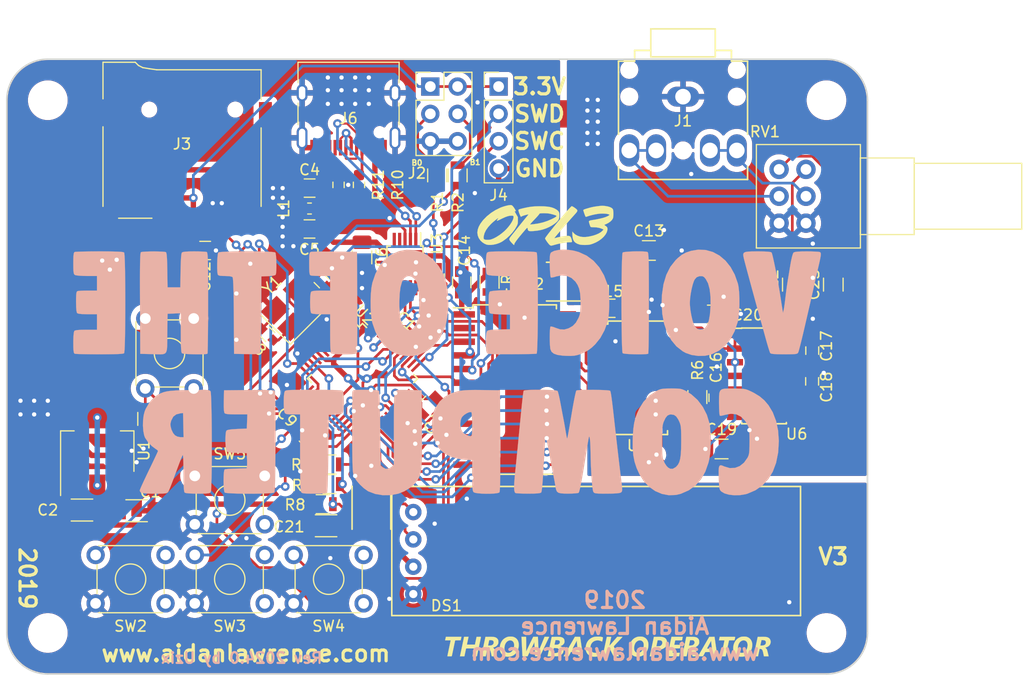
<source format=kicad_pcb>
(kicad_pcb (version 20240108) (generator "pcbnew") (generator_version "8.0")
  (layers (0 "F.Cu" signal) (31 "B.Cu" signal) (34 "B.Paste" user) (35 "F.Paste" user) (36 "B.SilkS" user "B.Silkscreen") (37 "F.SilkS" user "F.Silkscreen") (38 "B.Mask" user) (39 "F.Mask" user) (44 "Edge.Cuts" user))
  (net 0 "")
  (net 1 "GND")
  (net 2 "VCC")
  (net 3 "+3V3")
  (net 4 "Net-(U3-V3)")
  (net 5 "+5V")
  (net 6 "Net-(U2-PD0{slash}RCC_OSC_IN)")
  (net 7 "Net-(U2-PD1{slash}RCC_OSC_OUT)")
  (net 8 "+5VA")
  (net 9 "Net-(U5-AOUT)")
  (net 10 "Net-(U5-CH1)")
  (net 11 "Net-(U5-CH2)")
  (net 12 "Net-(U5-CV)")
  (net 13 "Net-(DS1-VCC)")
  (net 14 "Net-(C22-Pad2)")
  (net 15 "CH1_OUT")
  (net 16 "CH2_OUT")
  (net 17 "Net-(C23-Pad2)")
  (net 18 "SDA")
  (net 19 "SCL")
  (net 20 "D+")
  (net 21 "D-")
  (net 22 "BOOT1")
  (net 23 "BOOT0")
  (net 24 "SD_MISO")
  (net 25 "SD_CLK")
  (net 26 "SD_MOSI")
  (net 27 "SD_CS")
  (net 28 "SWCLK")
  (net 29 "SWDIO")
  (net 30 "Net-(L3-Pad2)")
  (net 32 "Net-(R3-Pad1)")
  (net 35 "Net-(U2-BOOT0)")
  (net 36 "Net-(U2-PB2{slash}BOOT1)")
  (net 37 "Net-(U2-NRST)")
  (net 38 "Net-(U4-RD)")
  (net 39 "PREV")
  (net 40 "Net-(U6B--)")
  (net 41 "Net-(U5-SWIN)")
  (net 44 "RAND")
  (net 45 "NEXT")
  (net 50 "OPTION")
  (net 51 "D1")
  (net 52 "D0")
  (net 53 "YM_WR")
  (net 54 "YM_IC")
  (net 57 "TX")
  (net 58 "RX")
  (net 59 "YM_CS")
  (net 60 "D7")
  (net 61 "D6")
  (net 62 "D5")
  (net 63 "D4")
  (net 64 "D3")
  (net 65 "D2")
  (net 68 "YM_CLK")
  (net 71 "YM_A1")
  (net 72 "YM_A0")
  (net 80 "Net-(U4-SMPBD)")
  (net 81 "Net-(U4-ØSY)")
  (net 82 "Net-(U4-DOAB)")
  (net 86 "Net-(U4-SMPAC)")
  (net 87 "Net-(U5-MP)")
  (net 91 "Net-(J6-CC2)")
  (net 92 "Net-(J6-CC1)")
  (net 93 "Net-(J1-PadR)")
  (net 94 "Net-(J1-PadT)")
  (footprint "Capacitors_SMD:C_1206" (layer "F.Cu") (at 161.925 125.7935)
    (property "Reference" "C1")
    (property "Value" "10uF")
  )
  (footprint "Capacitors_SMD:C_1206" (layer "F.Cu") (at 156.845 125.73 180)
    (property "Reference" "C2")
    (property "Value" "10uF")
  )
  (footprint "Capacitors_SMD:C_0805" (layer "F.Cu") (at 189.6745 104.267 -90)
    (property "Reference" "C3")
    (property "Value" "100nF")
  )
  (footprint "Capacitors_SMD:C_0805" (layer "F.Cu") (at 178.01 95.8 180)
    (property "Reference" "C4")
    (property "Value" "10nF")
  )
  (footprint "Capacitors_SMD:C_0805" (layer "F.Cu") (at 178 99.6 180)
    (property "Reference" "C5")
    (property "Value" "100nF")
  )
  (footprint "Capacitor_SMD:C_1206_3216Metric" (layer "F.Cu") (at 182.88 102.235 -90)
    (property "Reference" "C6")
    (property "Value" "10uF")
  )
  (footprint "Capacitors_SMD:C_0603" (layer "F.Cu") (at 179.1 104.4 -45)
    (property "Reference" "C7")
    (property "Value" "22pF")
  )
  (footprint "Capacitors_SMD:C_0603" (layer "F.Cu") (at 174.1 109.4 135)
    (property "Reference" "C8")
    (property "Value" "22pF")
  )
  (footprint "Capacitors_SMD:C_0805" (layer "F.Cu") (at 178.0032 119.0752 135)
    (property "Reference" "C9")
    (property "Value" "100nF")
  )
  (footprint "Capacitors_SMD:C_0805" (layer "F.Cu") (at 189.060807 116.094793 -135)
    (property "Reference" "C11")
    (property "Value" "100nF")
  )
  (footprint "Capacitors_SMD:C_0805" (layer "F.Cu") (at 168.3 101.6)
    (property "Reference" "C12")
    (property "Value" "100nF")
  )
  (footprint "Capacitor_SMD:C_1206_3216Metric" (layer "F.Cu") (at 209.55 101.6)
    (property "Reference" "C13")
    (property "Value" "10uF")
  )
  (footprint "Capacitors_SMD:C_0805" (layer "F.Cu") (at 192.151 104.5591 -90)
    (property "Reference" "C14")
    (property "Value" "100nF")
  )
  (footprint "Capacitors_SMD:C_0805" (layer "F.Cu") (at 205.9051 106.9721 180)
    (property "Reference" "C15")
    (property "Value" "100nF")
  )
  (footprint "Capacitors_SMD:C_0603" (layer "F.Cu") (at 215.7349 115.2906 90)
    (property "Reference" "C16")
    (property "Value" "68pF")
  )
  (footprint "Capacitors_SMD:C_0603" (layer "F.Cu") (at 224.7392 110.9091 -90)
    (property "Reference" "C17")
    (property "Value" "2.7nF")
  )
  (footprint "Capacitors_SMD:C_0603" (layer "F.Cu") (at 224.7265 113.7666 -90)
    (property "Reference" "C18")
    (property "Value" "2.7nF")
  )
  (footprint "Capacitor_SMD:C_1206_3216Metric" (layer "F.Cu") (at 216.3064 120.0531)
    (property "Reference" "C19")
    (property "Value" "10uF")
  )
  (footprint "Capacitors_SMD:C_0805" (layer "F.Cu") (at 215.4936 107.5309 180)
    (property "Reference" "C20")
    (property "Value" "100nF")
  )
  (footprint "Capacitors_SMD:C_1206" (layer "F.Cu") (at 179.5399 127.1905 180)
    (property "Reference" "C21")
    (property "Value" "10uF")
  )
  (footprint "Capacitor_SMD:C_1206_3216Metric" (layer "F.Cu") (at 222.885 104.775 90)
    (property "Reference" "C22")
    (property "Value" "10uF")
  )
  (footprint "Capacitor_SMD:C_1206_3216Metric" (layer "F.Cu") (at 226.695 104.775 90)
    (property "Reference" "C23")
    (property "Value" "10uF")
  )
  (footprint "oled_display:128x32_OLED_I2C_Module" (layer "F.Cu") (at 185.6486 129.54)
    (property "Reference" "DS1")
    (property "Value" "128x32_I2C_OLED")
  )
  (footprint "Pin_Headers:Pin_Header_Straight_2x03_Pitch2.54mm" (layer "F.Cu") (at 189.23 86.36)
    (property "Reference" "J2")
    (property "Value" "Conn_02x03_Odd_Even")
  )
  (footprint "my:GCT-MEM2055-00-190-01-A" (layer "F.Cu") (at 166.15 99.8)
    (property "Reference" "J3")
    (property "Value" "Micro_SD_Card")
  )
  (footprint "Pin_Headers:Pin_Header_Straight_1x04_Pitch2.54mm" (layer "F.Cu") (at 195.58 86.36)
    (property "Reference" "J4")
    (property "Value" "Conn_01x04")
  )
  (footprint "Inductor_SMD:L_0603_1608Metric_Pad1.05x0.95mm_HandSolder" (layer "F.Cu") (at 178 97.7 180)
    (property "Reference" "L1")
    (property "Value" "BLM18PG221SN1D")
  )
  (footprint "custom_inductors:L_4x4" (layer "F.Cu") (at 203.5302 104.4956 180)
    (property "Reference" "L2")
    (property "Value" "33uH")
  )
  (footprint "custom_inductors:L_4x4" (layer "F.Cu") (at 183.7563 127.0127 90)
    (property "Reference" "L3")
    (property "Value" "10uH")
  )
  (footprint "Resistors_SMD:R_0805" (layer "F.Cu") (at 189.865 94.615 90)
    (property "Reference" "R1")
    (property "Value" "100K")
  )
  (footprint "Resistors_SMD:R_0805" (layer "F.Cu") (at 191.77 94.615 90)
    (property "Reference" "R2")
    (property "Value" "100K")
  )
  (footprint "Resistors_SMD:R_0805" (layer "F.Cu") (at 159.8168 108.9787 180)
    (property "Reference" "R3")
    (property "Value" "1K")
  )
  (footprint "Resistors_SMD:R_0805" (layer "F.Cu") (at 162.9156 117.2591 90)
    (property "Reference" "R4")
    (property "Value" "10K")
  )
  (footprint "Resistors_SMD:R_0805" (layer "F.Cu") (at 194.7418 104.5083 90)
    (property "Reference" "R5")
    (property "Value" "10K")
  )
  (footprint "Resistors_SMD:R_0805" (layer "F.Cu") (at 214.0585 115.2271 90)
    (property "Reference" "R6")
    (property "Value" "33")
  )
  (footprint "Resistors_SMD:R_0805" (layer "F.Cu") (at 179.8574 121.4882 180)
    (property "Reference" "R7")
    (property "Value" "4.7")
  )
  (footprint "Resistors_SMD:R_0805" (layer "F.Cu") (at 179.2224 125.1839 180)
    (property "Reference" "R8")
    (property "Value" "4.7K")
  )
  (footprint "Resistors_SMD:R_0805" (layer "F.Cu") (at 179.8574 123.317 180)
    (property "Reference" "R9")
    (property "Value" "4.7K")
  )
  (footprint "Potentiometers:Potentiometer_Alps_RK097_Double_Vertical" (layer "F.Cu") (at 224.155 99.06)
    (property "Reference" "RV1")
    (property "Value" "R_POT_Dual")
  )
  (footprint "Buttons_Switches_THT:SW_TH_Tactile_Omron_B3F-10xx" (layer "F.Cu") (at 167.2336 107.9246 -90)
    (property "Reference" "SW1")
    (property "Value" "SW_Push_Dual")
  )
  (footprint "Buttons_Switches_THT:SW_TH_Tactile_Omron_B3F-10xx" (layer "F.Cu") (at 158.115 129.9083)
    (property "Reference" "SW2")
    (property "Value" "SW_Push_Dual")
  )
  (footprint "Buttons_Switches_THT:SW_TH_Tactile_Omron_B3F-10xx" (layer "F.Cu") (at 167.3352 129.9083)
    (property "Reference" "SW3")
    (property "Value" "SW_Push_Dual")
  )
  (footprint "Buttons_Switches_THT:SW_TH_Tactile_Omron_B3F-10xx" (layer "F.Cu") (at 176.53 129.9083)
    (property "Reference" "SW4")
    (property "Value" "SW_Push_Dual")
  )
  (footprint "Buttons_Switches_THT:SW_TH_Tactile_Omron_B3F-10xx" (layer "F.Cu") (at 167.3352 122.555)
    (property "Reference" "SW5")
    (property "Value" "SW_Push_Dual")
  )
  (footprint "TO_SOT_Packages_SMD:SOT-223-3_TabPin2" (layer "F.Cu") (at 158.2674 120.2817 90)
    (property "Reference" "U1")
    (property "Value" "LD1117S33TR_SOT223")
  )
  (footprint "Housings_QFP:LQFP-48_7x7mm_Pitch0.5mm" (layer "F.Cu") (at 182.9308 113.5126 -45)
    (property "Reference" "U2")
    (property "Value" "STM32F103C8Tx")
  )
  (footprint "Housings_SSOP:MSOP-10_3x3mm_Pitch0.5mm" (layer "F.Cu") (at 186.8805 102.8573 -90)
    (property "Reference" "U3")
    (property "Value" "CH340E")
  )
  (footprint "Housings_SOIC:SOIC-24W_7.5x15.4mm_Pitch1.27mm" (layer "F.Cu") (at 197.0786 114.5286)
    (property "Reference" "U4")
    (property "Value" "YMF262-M")
  )
  (footprint "Housings_SOIC:SOIC-16W_5.3x10.2mm_Pitch1.27mm" (layer "F.Cu") (at 208.5086 113.4364)
    (property "Reference" "U5")
    (property "Value" "YAC512-M")
  )
  (footprint "Housings_SOIC:SOIC-14_3.9x8.7mm_Pitch1.27mm" (layer "F.Cu") (at 220.2561 113.2586)
    (property "Reference" "U6")
    (property "Value" "TL074")
  )
  (footprint "Capacitors_SMD:C_0805" (layer "F.Cu") (at 184.763693 106.633293 135)
    (property "Reference" "C10")
    (property "Value" "100nF")
  )
  (footprint "Mounting_Holes:MountingHole_3.2mm_M3" (layer "F.Cu") (at 226.06 137.16)
    (property "Reference" "H1" (hide yes))
    (property "Value" "M3")
  )
  (footprint "Mounting_Holes:MountingHole_3.2mm_M3" (layer "F.Cu") (at 153.67 137.16)
    (property "Reference" "H2" (hide yes))
    (property "Value" "M3")
  )
  (footprint "Mounting_Holes:MountingHole_3.2mm_M3" (layer "F.Cu") (at 153.67 87.63)
    (property "Reference" "H3" (hide yes))
    (property "Value" "M3")
  )
  (footprint "Mounting_Holes:MountingHole_3.2mm_M3" (layer "F.Cu") (at 226.06 87.63)
    (property "Reference" "H4" (hide yes))
    (property "Value" "M3")
  )
  (footprint "art:LOGO_1" (layer "F.Cu") (at 205.74 138.43)
    (property "Reference" "G***" (hide yes))
    (property "Value" "LOGO" (hide yes))
  )
  (footprint "art:OPL3_LOGO" (layer "F.Cu") (at 200.025 99.06)
    (property "Reference" "G***" (hide yes))
    (property "Value" "LOGO" (hide yes))
  )
  (footprint "Resistor_SMD:R_0603_1608Metric_Pad0.98x0.95mm_HandSolder" (layer "F.Cu") (at 182.6 95.5 90)
    (property "Reference" "R10")
    (property "Value" "5.1k")
  )
  (footprint "Resistor_SMD:R_0603_1608Metric_Pad0.98x0.95mm_HandSolder" (layer "F.Cu") (at 180.7 95.5 90)
    (property "Reference" "R11")
    (property "Value" "5.1k")
  )
  (footprint "Crystal:Crystal_SMD_SeikoEpson_TSX3225-4Pin_3.2x2.5mm_HandSoldering" (layer "F.Cu") (at 176.6 106.9 45)
    (property "Reference" "Y1")
    (property "Value" "8MHz")
  )
  (footprint "my:PJ-307" (layer "F.Cu") (at 212.725 87.3)
    (property "Reference" "J1")
    (property "Value" "PJ-307")
  )
  (footprint "Connector_USB:USB_C_Receptacle_HRO_TYPE-C-31-M-12" (layer "F.Cu") (at 181.63 88 180)
    (property "Reference" "J6")
    (property "Value" "USB_C_Receptacle_USB2.0_16P")
  )
  (footprint "art:VOICE_LOGO" (layer "B.Cu") (at 190.5 113.03 180)
    (property "Reference" "G***" (hide yes))
    (property "Value" "LOGO" (hide yes))
  )
  (gr_arc (start 153.67 140.97) (mid 150.975923 139.854077) (end 149.86 137.16) (stroke (width 0.15)) (layer "Edge.Cuts"))
  (gr_line (start 153.67 140.97) (end 226.06 140.97) (stroke (width 0.15)) (layer "Edge.Cuts"))
  (gr_arc (start 149.86 87.63) (mid 150.975923 84.935923) (end 153.67 83.82) (stroke (width 0.15)) (layer "Edge.Cuts"))
  (gr_arc (start 229.87 137.16) (mid 228.754077 139.854077) (end 226.06 140.97) (stroke (width 0.15)) (layer "Edge.Cuts"))
  (gr_arc (start 226.06 83.82) (mid 228.754077 84.935923) (end 229.87 87.63) (stroke (width 0.15)) (layer "Edge.Cuts"))
  (gr_line (start 226.06 83.82) (end 153.67 83.82) (stroke (width 0.15)) (layer "Edge.Cuts"))
  (gr_line (start 149.86 87.63) (end 149.86 137.16) (stroke (width 0.15)) (layer "Edge.Cuts"))
  (gr_line (start 229.87 137.16) (end 229.87 87.63) (stroke (width 0.15)) (layer "Edge.Cuts"))
  (gr_text "Rev 2024.0 by Uzix" (at 179.302382 140.071916 0) (layer "B.SilkS") (effects (font (size 1 1) (thickness 0.2) (bold yes)) (justify left bottom mirror)))
  (gr_text "2019\nAidan Lawrence\nwww.aidanlawrence.com" (at 206.375 136.525 0) (layer "B.SilkS") (effects (font (size 1.5 1.5) (thickness 0.3)) (justify mirror)))
  (gr_text "GND" (at 199.39 93.98 0) (layer "F.SilkS") (effects (font (size 1.5 1.5) (thickness 0.3))))
  (gr_text "B1" (at 193.3956 93.3958 0) (layer "F.SilkS") (effects (font (size 0.5 0.5) (thickness 0.125))))
  (gr_text "SWD" (at 199.39 88.9 0) (layer "F.SilkS") (effects (font (size 1.5 1.5) (thickness 0.3))))
  (gr_text "B0" (at 187.9854 93.4466 0) (layer "F.SilkS") (effects (font (size 0.5 0.5) (thickness 0.125))))
  (gr_text "SWC" (at 199.39 91.44 0) (layer "F.SilkS") (effects (font (size 1.5 1.5) (thickness 0.3))))
  (gr_text "3.3V" (at 199.39 86.36 0) (layer "F.SilkS") (effects (font (size 1.5 1.5) (thickness 0.3))))
  (gr_text "www.aidanlawrence.com" (at 172.085 139.065 0) (layer "F.SilkS") (effects (font (size 1.5 1.5) (thickness 0.3))))
  (gr_text "V3" (at 226.695 130.048 0) (layer "F.SilkS") (effects (font (size 1.5 1.5) (thickness 0.3))))
  (gr_text "2019" (at 151.765 132.08 270) (layer "F.SilkS") (effects (font (size 1.5 1.5) (thickness 0.3))))
  (segment (start 183.512655 109.748764) (end 183.44986 109.748764) (width 0.25) (layer "F.Cu") (net 1))
  (segment (start 172.53934 109.9) (end 171.2 109.9) (width 0.25) (layer "F.Cu") (net 1))
  (segment (start 180.086 104.47466) (end 179.63033 104.93033) (width 0.25) (layer "F.Cu") (net 1))
  (segment (start 186.8805 99.7073) (end 185.76219 98.58899) (width 0.25) (layer "F.Cu") (net 1))
  (segment (start 178.80509 110.447551) (end 177.597768 110.447551) (width 0.25) (layer "F.Cu") (net 1))
  (segment (start 169.4 99) (end 169.4 101.5) (width 0.5) (layer "F.Cu") (net 1))
  (segment (start 181.6 96.4125) (end 182.6 96.4125) (width 0.25) (layer "F.Cu") (net 1))
  (segment (start 174.805717 107.156326) (end 174.805717 107.633623) (width 0.25) (layer "F.Cu") (net 1))
  (segment (start 174.805717 107.633623) (end 173.56967 108.86967) (width 0.25) (layer "F.Cu") (net 1))
  (segment (start 179.324555 110.967016) (end 178.80509 110.447551) (width 0.25) (layer "F.Cu") (net 1))
  (segment (start 182.95863 113.89117) (end 183.3372 113.5126) (width 0.25) (layer "F.Cu") (net 1))
  (segment (start 222.9561 113.2586) (end 224.4845 113.2586) (width 0.25) (layer "F.Cu") (net 1))
  (segment (start 180.833809 118.791572) (end 179.451985 118.791572) (width 0.25) (layer "F.Cu") (net 1))
  (segment (start 177.597768 110.447551) (end 177.269062 110.776257) (width 0.25) (layer "F.Cu") (net 1))
  (segment (start 184.88 92.045) (end 184.88 93.23) (width 0.5) (layer "F.Cu") (net 1))
  (segment (start 182.034286 117.649176) (end 182.95863 116.724832) (width 0.25) (layer "F.Cu") (net 1))
  (segment (start 178.394283 106.166377) (end 179.63033 104.93033) (width 0.25) (layer "F.Cu") (net 1))
  (segment (start 181.445876 118.179505) (end 181.976205 117.649176) (width 0.25) (layer "F.Cu") (net 1))
  (segment (start 188.3537 116.8019) (end 187.9727 116.8019) (width 0.25) (layer "F.Cu") (net 1))
  (segment (start 181.976205 117.649176) (end 182.034286 117.649176) (width 0.25) (layer "F.Cu") (net 1))
  (segment (start 173.249391 105.6) (end 171.2 105.6) (width 0.25) (layer "F.Cu") (net 1))
  (segment (start 182.95863 116.724832) (end 182.95863 116.565609) (width 0.25) (layer "F.Cu") (net 1))
  (segment (start 191.77 123.825) (end 191.77 122.555) (width 0.5) (layer "F.Cu") (net 1))
  (segment (start 177.269062 110.776257) (end 176.869063 111.176256) (width 0.25) (layer "F.Cu") (net 1))
  (segment (start 187.9 102.7) (end 188.467 103.267) (width 0.25) (layer "F.Cu") (net 1))
  (segment (start 178.394283 106.643674) (end 178.394283 106.794283) (width 0.25) (layer "F.Cu") (net 1))
  (segment (start 182.95863 116.565609) (end 182.95863 115.999924) (width 0.25) (layer "F.Cu") (net 1))
  (segment (start 181.6 96.4125) (end 181.6 95.5) (width 0.25) (layer "F.Cu") (net 1))
  (segment (start 188.3537 116.8019) (end 188.3537 115.753519) (width 0.25) (layer "F.Cu") (net 1))
  (segment (start 206.442 110.042) (end 206.2226 110.2614) (width 0.25) (layer "F.Cu") (net 1))
  (segment (start 169.4 101.5) (end 169.3 101.6) (width 0.5) (layer "F.Cu") (net 1))
  (segment (start 180.7 96.4125) (end 181.6 96.4125) (width 0.25) (layer "F.Cu") (net 1))
  (segment (start 181.445876 118.179505) (end 180.833809 118.791572) (width 0.25) (layer "F.Cu") (net 1))
  (segment (start 178.394283 106.643674) (end 178.394283 106.166377) (width 0.25) (layer "F.Cu") (net 1))
  (segment (start 178.394283 106.794283) (end 179.6 108) (width 0.25) (layer "F.Cu") (net 1))
  (segment (start 180.086 103.251) (end 180.086 104.47466) (width 0.25) (layer "F.Cu") (net 1))
  (segment (start 173.56967 108.86967) (end 172.53934 109.9) (width 0.25) (layer "F.Cu") (net 1))
  (segment (start 184.88 93.23) (end 185.125 93.475) (width 0.5) (layer "F.Cu") (net 1))
  (segment (start 185.76219 98.58899) (end 185.449812 98.58899) (width 0.25) (layer "F.Cu") (net 1))
  (segment (start 182.95863 115.999924) (end 182.95863 113.89117) (width 0.25) (layer "F.Cu") (net 1))
  (segment (start 188.467 103.267) (end 189.6745 103.267) (width 0.25) (layer "F.Cu") (net 1))
  (segment (start 192.6225 124.6775) (end 191.77 123.825) (width 0.5) (layer "F.Cu") (net 1))
  (segment (start 224.4845 113.2586) (end 224.7265 113.0166) (width 0.25) (layer "F.Cu") (net 1))
  (segment (start 192.3786 121.9464) (end 192.3786 121.5136) (width 0.5) (layer "F.Cu") (net 1))
  (segment (start 191.77 122.555) (end 192.3786 121.9464) (width 0.5) (layer "F.Cu") (net 1))
  (segment (start 188.3537 115.753519) (end 187.597705 114.997524) (width 0.25) (layer "F.Cu") (net 1))
  (segment (start 174.805717 107.156326) (end 173.249391 105.6) (width 0.25) (layer "F.Cu") (net 1))
  (segment (start 206.2226 110.2614) (end 204.9586 110.2614) (width 0.25) (layer "F.Cu") (net 1))
  (segment (start 186.8805 100.6573) (end 186.8805 99.7073) (width 0.25) (layer "F.Cu") (net 1))
  (segment (start 187.9727 116.8019) (end 187.1218 117.6528) (width 0.25) (layer "F.Cu") (net 1))
  (segment (start 184.415724 108.845695) (end 183.512655 109.748764) (width 0.25) (layer "F.Cu") (net 1))
  (via (at 203.835 89.63) (size 0.8) (drill 0.4) (layers "F.Cu" "B.Cu") (net 1))
  (via (at 203.835 90.665) (size 0.8) (drill 0.4) (layers "F.Cu" "B.Cu") (net 1))
  (via (at 203.835 91.7) (size 0.8) (drill 0.4) (layers "F.Cu" "B.Cu") (net 1))
  (via (at 204.8 91.7) (size 0.8) (drill 0.4) (layers "F.Cu" "B.Cu") (net 1))
  (via (at 204.8 90.665) (size 0.8) (drill 0.4) (layers "F.Cu" "B.Cu") (net 1))
  (via (at 204.8 89.63) (size 0.8) (drill 0.4) (layers "F.Cu" "B.Cu") (net 1))
  (via (at 204.8 88.595) (size 0.8) (drill 0.4) (layers "F.Cu" "B.Cu") (net 1))
  (via (at 204.8 87.6) (size 0.8) (drill 0.4) (layers "F.Cu" "B.Cu") (net 1))
  (via (at 203.835 87.6) (size 0.8) (drill 0.4) (layers "F.Cu" "B.Cu") (net 1))
  (via (at 175.5 97.6) (size 0.8) (drill 0.4) (layers "F.Cu" "B.Cu") (net 1))
  (via (at 175.5 98.508) (size 0.8) (drill 0.4) (layers "F.Cu" "B.Cu") (net 1))
  (via (at 179.705 85.52001) (size 0.8) (drill 0.4) (layers "F.Cu" "B.Cu") (net 1))
  (via (at 151.13 116.84) (size 0.8) (drill 0.4) (layers "F.Cu" "B.Cu") (net 1))
  (via (at 209.55 107.315) (size 0.8) (drill 0.4) (layers "F.Cu" "B.Cu") (net 1))
  (via (at 215.8746 112.395) (size 0.8) (drill 0.4) (layers "F.Cu" "B.Cu") (net 1))
  (via (at 169 97.2) (size 0.8) (drill 0.4) (layers "F.Cu" "B.Cu") (net 1))
  (via (at 176.869063 111.176256) (size 0.8) (drill 0.4) (layers "F.Cu" "B.Cu") (net 1))
  (via (at 224.79 100.965) (size 0.8) (drill 0.4) (layers "F.Cu" "B.Cu") (net 1))
  (via (at 209.804 106.172) (size 0.8) (drill 0.4) (layers "F.Cu" "B.Cu") (net 1))
  (via (at 160.0708 102.4636) (size 0.8) (drill 0.4) (layers "F.Cu" "B.Cu") (net 1))
  (via (at 177.5 101.2) (size 0.8) (drill 0.4) (layers "F.Cu" "B.Cu") (net 1))
  (via (at 179.6 108) (size 0.8) (drill 0.4) (layers "F.Cu" "B.Cu") (net 1))
  (via (at 183.44986 109.748764) (size 0.8) (drill 0.4) (layers "F.Cu" "B.Cu") (net 1))
  (via (at 224.79 104.14) (size 0.8) (drill 0.4) (layers "F.Cu" "B.Cu") (net 1))
  (via (at 161.4678 120.2182) (size 0.8) (drill 0.4) (layers "F.Cu" "B.Cu") (net 1))
  (via (at 162.56 120.015) (size 0.8) (drill 0.4) (layers "F.Cu" "B.Cu") (net 1))
  (via (at 182.245 122.555) (size 0.8) (drill 0.4) (layers "F.Cu" "B.Cu") (net 1))
  (via (at 224.79 107.95) (size 0.8) (drill 0.4) (layers "F.Cu" "B.Cu") (net 1))
  (via (at 192.024 103.632) (size 0.8) (drill 0.4) (layers "F.Cu" "B.Cu") (net 1))
  (via (at 183.515 86.7) (size 0.8) (drill 0.4) (layers "F.Cu" "B.Cu") (net 1))
  (via (at 185.449812 98.58899) (size 0.8) (drill 0.4) (layers "F.Cu" "B.Cu") (net 1))
  (via (at 192.6225 124.6775) (size 0.8) (drill 0.4) (layers "F.Cu" "B.Cu") (net 1))
  (via (at 182.245 86.7) (size 0.8) (drill 0.4) (layers "F.Cu" "B.Cu") (net 1))
  (via (at 178.5 101.2) (size 0.8) (drill 0.4) (layers "F.Cu" "B.Cu") (net 1))
  (via (at 179.9336 130.2004) (size 0.8) (drill 0.4) (layers "F.Cu" "B.Cu") (net 1))
  (via (at 152.4 115.57) (size 0.8) (drill 0.4) (layers "F.Cu" "B.Cu") (net 1))
  (via (at 182.88 105.1) (size 0.8) (drill 0.4) (layers "F.Cu" "B.Cu") (net 1))
  (via (at 222.6 134.3) (size 0.8) (drill 0.4) (layers "F.Cu" "B.Cu") (net 1))
  (via (at 189.6364 127) (size 0.8) (drill 0.4) (layers "F.Cu" "B.Cu") (net 1))
  (via (at 213.487 94.488) (size 0.8) (drill 0.4) (layers "F.Cu" "B.Cu") (net 1))
  (via (at 152.4 116.84) (size 0.8) (drill 0.4) (layers "F.Cu" "B.Cu") (net 1))
  (via (at 183.515 87.97) (size 0.8) (drill 0.4) (layers "F.Cu" "B.Cu") (net 1))
  (via (at 183.3372 113.5126) (size 0.8) (drill 0.4) (layers "F.Cu" "B.Cu") (net 1))
  (via (at 210.95 99.7) (size 0.8) (drill 0.4) (layers "F.Cu" "B.Cu") (net 1))
  (via (at 159.4358 103.378) (size 0.8) (drill 0.4) (layers "F.Cu" "B.Cu") (net 1))
  (via (at 175.5 100.3) (size 0.8) (drill 0.4) (layers "F.Cu" "B.Cu") (net 1))
  (via (at 218.9 118.3) (size 0.8) (drill 0.4) (layers "F.Cu" "B.Cu") (net 1))
  (via (at 216.5 105.9) (size 0.8) (drill 0.4) (layers "F.Cu" "B.Cu") (net 1))
  (via (at 175.5 96.7) (size 0.8) (drill 0.4) (layers "F.Cu" "B.Cu") (net 1))
  (via (at 203.835 88.595) (size 0.8) (drill 0.4) (layers "F.Cu" "B.Cu") (net 1))
  (via (at 185.42 133.985) (size 0.8) (drill 0.4) (layers "F.Cu" "B.Cu") (net 1))
  (via (at 153.67 116.84) (size 0.8) (drill 0.4) (layers "F.Cu" "B.Cu") (net 1))
  (via (at 169.3 101.6) (size 0.8) (drill 0.4) (layers "F.Cu" "B.Cu") (net 1))
  (via (at 187.9 102.7) (size 0.8) (drill 0.4) (layers "F.Cu" "B.Cu") (net 1))
  (via (at 180.975 86.7) (size 0.8) (drill 0.4) (layers "F.Cu" "B.Cu") (net 1))
  (via (at 169.844 97.2) (size 0.8) (drill 0.4) (layers "F.Cu" "B.Cu") (net 1))
  (via (at 151.13 115.57) (size 0.8) (drill 0.4) (layers "F.Cu" "B.Cu") (net 1))
  (via (at 193.3702 96.266) (size 0.8) (drill 0.4) (layers "F.Cu" "B.Cu") (net 1))
  (via (at 153.67 115.57) (size 0.8) (drill 0.4) (layers "F.Cu" "B.Cu") (net 1))
  (via (at 219.6 119.1) (size 0.8) (drill 0.4) (layers "F.Cu" "B.Cu") (net 1))
  (via (at 172.1358 128.3462) (size 0.8) (drill 0.4) (layers "F.Cu" "B.Cu") (net 1))
  (via (at 206.442 110.042) (size 0.8) (drill 0.4) (layers "F.Cu" "B.Cu") (net 1))
  (via (at 182.245 85.52001) (size 0.8) (drill 0.4) (layers "F.Cu" "B.Cu") (net 1))
  (via (at 182.88 103.6828) (size 0.8) (drill 0.4) (layers "F.Cu" "B.Cu") (net 1))
  (via (at 180.975 87.97) (size 0.8) (drill 0.4) (layers "F.Cu" "B.Cu") (net 1))
  (via (at 161.925 121.285) (size 0.8) (drill 0.4) (layers "F.Cu" "B.Cu") (net 1))
  (via (at 183.515 85.52001) (size 0.8) (drill 0.4) (layers "F.Cu" "B.Cu") (net 1))
  (via (at 175.5 101.2) (size 0.8) (drill 0.4) (layers "F.Cu" "B.Cu") (net 1))
  (via (at 179.705 87.97) (size 0.8) (drill 0.4) (layers "F.Cu" "B.Cu") (net 1))
  (via (at 210.82 106.68) (size 0.8) (drill 0.4) (layers "F.Cu" "B.Cu") (net 1))
  (via (at 180.086 103.251) (size 0.8) (drill 0.4) (layers "F.Cu" "B.Cu") (net 1))
  (via (at 225.806 112.9792) (size 0.8) (drill 0.4) (layers "F.Cu" "B.Cu") (net 1))
  (via (at 175.5 99.4) (size 0.8) (drill 0.4) (layers "F.Cu" "B.Cu") (net 1))
  (via (at 179.705 86.7) (size 0.8) (drill 0.4) (layers "F.Cu" "B.Cu") (net 1))
  (via (at 179.451985 118.791572) (size 0.8) (drill 0.4) (layers "F.Cu" "B.Cu") (net 1))
  (via (at 171.2 109.9) (size 0.8) (drill 0.4) (layers "F.Cu" "B.Cu") (net 1))
  (via (at 180.975 85.52001) (size 0.8) (drill 0.4) (layers "F.Cu" "B.Cu") (net 1))
  (via (at 158.7246 102.5398) (size 0.8) (drill 0.4) (layers "F.Cu" "B.Cu") (net 1))
  (via (at 187.1218 117.6528) (size 0.8) (drill 0.4) (layers "F.Cu" "B.Cu") (net 1))
  (via (at 177.1396 122.1232) (size 0.8) (drill 0.4) (layers "F.Cu" "B.Cu") (net 1))
  (via (at 218.1 107.5) (size 0.8) (drill 0.4) (layers "F.Cu" "B.Cu") (net 1))
  (via (at 212.6 101.6) (size 0.8) (drill 0.4) (layers "F.Cu" "B.Cu") (net 1))
  (via (at 193.6242 87.8332) (size 0.8) (drill 0.4) (layers "F.Cu" "B.Cu") (net 1))
  (via (at 176.5 101.2) (size 0.8) (drill 0.4) (layers "F.Cu" "B.Cu") (net 1))
  (via (at 182.245 87.97) (size 0.8) (drill 0.4) (layers "F.Cu" "B.Cu") (net 1))
  (via (at 182.95863 115.999924) (size 0.8) (drill 0.4) (layers "F.Cu" "B.Cu") (net 1))
  (via (at 197.993 107.8484) (size 0.8) (drill 0.4) (layers "F.Cu" "B.Cu") (net 1))
  (via (at 181.6 95.5) (size 0.8) (drill 0.4) (layers "F.Cu" "B.Cu") (net 1))
  (via (at 175.5 95.8) (size 0.8) (drill 0.4) (layers "F.Cu" "B.Cu") (net 1))
  (via (at 177.3174 118.3132) (size 0.8) (drill 0.4) (layers "F.Cu" "B.Cu") (net 1))
  (via (at 183.7436 121.6152) (size 0.8) (drill 0.4) (layers "F.Cu" "B.Cu") (net 1))
  (via (at 174.6 95.8) (size 0.8) (drill 0.4) (layers "F.Cu" "B.Cu") (net 1))
  (via (at 171.2 105.6) (size 0.8) (drill 0.4) (layers "F.Cu" "B.Cu") (net 1))
  (via (at 174.6 96.7) (size 0.8) (drill 0.4) (layers "F.Cu" "B.Cu") (net 1))
  (via (at 175.9 114.1) (size 0.8) (drill 0.4) (layers "F.Cu" "B.Cu") (net 1))
  (segment (start 182.88 103.6828) (end 180.5178 103.6828) (width 0.25) (layer "B.Cu") (net 1))
  (segment (start 180.5178 103.6828) (end 180.086 103.251) (width 0.25) (layer "B.Cu") (net 1))
  (segment (start 184.4548 102.108) (end 182.88 103.6828) (width 0.25) (layer "B.Cu") (net 1))
  (segment (start 187.9 102.7) (end 187.308 102.108) (width 0.25) (layer "B.Cu") (net 1))
  (segment (start 187.1218 117.6528) (end 186.721801 117.252801) (width 0.25) (layer "B.Cu") (net 1))
  (segment (start 187.308 102.108) (end 184.4548 102.108) (width 0.25) (layer "B.Cu") (net 1))
  (segment (start 183.358629 116.399923) (end 182.95863 115.999924) (width 0.25) (layer "B.Cu") (net 1))
  (segment (start 186.721801 117.252801) (end 184.211507 117.252801) (width 0.25) (layer "B.Cu") (net 1))
  (segment (start 184.211507 117.252801) (end 183.358629 116.399923) (width 0.25) (layer "B.Cu") (net 1))
  (segment (start 155.6 118.5) (end 157.75 120.65) (width 0.5) (layer "F.Cu") (net 2))
  (segment (start 180.171146 97.35) (end 183.15 97.35) (width 0.5) (layer "F.Cu") (net 2))
  (segment (start 160.425 125.7935) (end 160.425 123.5741) (width 0.5) (layer "F.Cu") (net 2))
  (segment (start 179.16 94.1) (end 179.16 95.65) (width 0.5) (layer "F.Cu") (net 2))
  (segment (start 155.6 96.495) (end 155.6 118.5) (width 0.5) (layer "F.Cu") (net 2))
  (segment (start 179.16 94.1) (end 157.995 94.1) (width 0.5) (layer "F.Cu") (net 2))
  (segment (start 157.995 94.1) (end 155.6 96.495) (width 0.5) (layer "F.Cu") (net 2))
  (segment (start 179.16 95.65) (end 179.01 95.8) (width 0.5) (layer "F.Cu") (net 2))
  (segment (start 160.425 123.5741) (end 160.5674 123.4317) (width 0.4) (layer "F.Cu") (net 2))
  (segment (start 159.1857 120.65) (end 160.5674 122.0317) (width 0.5) (layer "F.Cu") (net 2))
  (segment (start 157.75 120.65) (end 159.1857 120.65) (width 0.5) (layer "F.Cu") (net 2))
  (segment (start 179.18 94.08) (end 179.16 94.1) (width 0.5) (layer "F.Cu") (net 2))
  (segment (start 179.01 95.8) (end 179.01 95.815) (width 0.5) (layer "F.Cu") (net 2))
  (segment (start 179.18 92.045) (end 179.18 94.08) (width 0.5) (layer "F.Cu") (net 2))
  (segment (start 179.01 95.8) (end 179.01 96.188854) (width 0.5) (layer "F.Cu") (net 2))
  (segment (start 160.5674 122.0317) (end 160.5674 123.4317) (width 0.5) (layer "F.Cu") (net 2))
  (segment (start 179.01 96.188854) (end 180.171146 97.35) (width 0.5) (layer "F.Cu") (net 2))
  (segment (start 184.08 96.42) (end 184.08 92.045) (width 0.5) (layer "F.Cu") (net 2))
  (segment (start 183.15 97.35) (end 184.08 96.42) (width 0.5) (layer "F.Cu") (net 2))
  (segment (start 179.01 95.815) (end 177.125 97.7) (width 0.5) (layer "F.Cu") (net 2))
  (segment (start 158.2674 123.4317) (end 158.2674 125.6524) (width 0.5) (layer "F.Cu") (net 3))
  (segment (start 158.2674 117.1317) (end 162.5382 117.1317) (width 0.35) (layer "F.Cu") (net 3))
  (segment (start 187.951258 114.643971) (end 187.420929 114.113642) (width 0.25) (layer "F.Cu") (net 3))
  (segment (start 178.971002 111.320569) (end 179.501331 111.850898) (width 0.25) (layer "F.Cu") (net 3))
  (segment (start 166.114932 125.1839) (end 164.1764 127.122432) (width 0.5) (layer "F.Cu") (net 3))
  (segment (start 167.2 99) (end 167.2 101.5) (width 0.5) (layer "F.Cu") (net 3))
  (segment (start 158.345 126.03) (end 158.345 125.73) (width 0.25) (layer "F.Cu") (net 3))
  (segment (start 159.773931 114.375169) (end 158.2674 115.8817) (width 0.5) (layer "F.Cu") (net 3))
  (segment (start 178.9074 121.4882) (end 178.9074 123.317) (width 0.5) (layer "F.Cu") (net 3))
  (segment (start 158.2674 115.8817) (end 158.2674 117.1317) (width 0.5) (layer "F.Cu") (net 3))
  (segment (start 164.1764 127.122432) (end 159.437432 127.122432) (width 0.5) (layer "F.Cu") (net 3))
  (segment (start 185.4708 107.3404) (end 184.958149 107.853051) (width 0.25) (layer "F.Cu") (net 3))
  (segment (start 182.951171 107.3404) (end 182.951171 109.045371) (width 0.5) (layer "F.Cu") (net 3))
  (segment (start 184.958149 107.853051) (end 184.701262 107.853051) (width 0.25) (layer "F.Cu") (net 3))
  (segment (start 181.2691 119.063387) (end 181.799429 118.533058) (width 0.25) (layer "F.Cu") (net 3))
  (segment (start 182.816447 109.148271) (end 180.242898 111.72182) (width 0.5) (layer "F.Cu") (net 3))
  (segment (start 178.9074 123.317) (end 178.9074 124.5489) (width 0.5) (layer "F.Cu") (net 3))
  (segment (start 167.2 101.5) (end 167.3 101.6) (width 0.5) (layer "F.Cu") (net 3))
  (segment (start 158.2674 123.4317) (end 158.2674 123.4317) (width 0.35) (layer "F.Cu") (net 3))
  (segment (start 180.242898 111.72182) (end 180.242898 112.145498) (width 0.5) (layer "F.Cu") (net 3))
  (segment (start 167.2 96.715) (end 163.268588 96.715) (width 0.5) (layer "F.Cu") (net 3))
  (segment (start 180.506917 119.82557) (end 181.2691 119.063387) (width 0.25) (layer "F.Cu") (net 3))
  (segment (start 159.773931 107.926069) (end 159.773931 114.375169) (width 0.5) (layer "F.Cu") (net 3))
  (segment (start 167.2 96.715) (end 167.2 99) (width 0.5) (layer "F.Cu") (net 3))
  (segment (start 184.578913 107.9754) (end 184.062171 108.492142) (width 0.25) (layer "F.Cu") (net 3))
  (segment (start 188.694973 115.387686) (end 187.951258 114.643971) (width 0.25) (layer "F.Cu") (net 3))
  (segment (start 178.2724 125.1839) (end 166.114932 125.1839) (width 0.5) (layer "F.Cu") (net 3))
  (segment (start 178.9074 124.5489) (end 178.2724 125.1839) (width 0.5) (layer "F.Cu") (net 3))
  (segment (start 181.799429 108.492142) (end 182.951171 107.3404) (width 0.25) (layer "F.Cu") (net 3))
  (segment (start 182.951171 109.045371) (end 182.848271 109.148271) (width 0.5) (layer "F.Cu") (net 3))
  (segment (start 178.9074 121.4882) (end 178.9074 119.8524) (width 0.5) (layer "F.Cu") (net 3))
  (segment (start 185.4708 107.3404) (end 182.951171 107.3404) (width 0.5) (layer "F.Cu") (net 3))
  (segment (start 158.2674 117.1317) (end 158.2674 117.1317) (width 0.35) (layer "F.Cu") (net 3))
  (segment (start 178.88057 119.82557) (end 180.506917 119.82557) (width 0.25) (layer "F.Cu") (net 3))
  (segment (start 191.77 86.36) (end 189.23 86.36) (width 0.25) (layer "F.Cu") (net 3))
  (segment (start 161.1122 106.5878) (end 159.773931 107.926069) (width 0.5) (layer "F.Cu") (net 3))
  (segment (start 162.5382 117.1317) (end 162.9156 117.5091) (width 0.35) (layer "F.Cu") (net 3))
  (segment (start 180.242898 111.72182) (end 180.242898 111.850898) (width 0.5) (layer "F.Cu") (net 3))
  (segment (start 161.1122 98.871388) (end 161.1122 106.5878) (width 0.5) (layer "F.Cu") (net 3))
  (segment (start 183.723367 116.60912) (end 181.799429 118.533058) (width 0.25) (layer "F.Cu") (net 3))
  (segment (start 163.268588 96.715) (end 161.1122 98.871388) (width 0.5) (layer "F.Cu") (net 3))
  (segment (start 159.437432 127.122432) (end 158.345 126.03) (width 0.5) (layer "F.Cu") (net 3))
  (segment (start 184.65102 107.903293) (end 184.578913 107.9754) (width 0.25) (layer "F.Cu") (net 3))
  (segment (start 158.2674 125.6524) (end 158.345 125.73) (width 0.5) (layer "F.Cu") (net 3))
  (segment (start 183.723367 114.569837) (end 183.723367 116.60912) (width 0.25) (layer "F.Cu") (net 3))
  (segment (start 162.9156 117.5091) (end 162.9156 118.2091) (width 0.35) (layer "F.Cu") (net 3))
  (segment (start 191.77 86.36) (end 195.58 86.36) (width 0.25) (layer "F.Cu") (net 3))
  (segment (start 182.848271 109.148271) (end 182.816447 109.148271) (width 0.5) (layer "F.Cu") (net 3))
  (segment (start 184.701262 107.853051) (end 184.578913 107.9754) (width 0.25) (layer "F.Cu") (net 3))
  (segment (start 180.242898 112.145498) (end 181.5846 113.4872) (width 0.5) (layer "F.Cu") (net 3))
  (segment (start 179.501331 111.850898) (end 180.242898 111.850898) (width 0.25) (layer "F.Cu") (net 3))
  (segment (start 189.767914 115.387686) (end 188.694973 115.387686) (width 0.25) (layer "F.Cu") (net 3))
  (segment (start 179.142107 121.253493) (end 178.9074 121.4882) (width 0.25) (layer "F.Cu") (net 3))
  (segment (start 187.420929 114.113642) (end 184.179562 114.113642) (width 0.25) (layer "F.Cu") (net 3))
  (segment (start 184.179562 114.113642) (end 183.723367 114.569837) (width 0.25) (layer "F.Cu") (net 3))
  (via (at 167.2 96.715) (size 0.8) (drill 0.4) (layers "F.Cu" "B.Cu") (net 3))
  (via (at 158.2674 117.1317) (size 0.8) (drill 0.4) (layers "F.Cu" "B.Cu") (net 3))
  (via (at 181.5846 113.4872) (size 0.8) (drill 0.4) (layers "F.Cu" "B.Cu") (net 3))
  (via (at 158.2674 123.4317) (size 0.8) (drill 0.4) (layers "F.Cu" "B.Cu") (net 3))
  (via (at 183.723367 114.569837) (size 0.8) (drill 0.4) (layers "F.Cu" "B.Cu") (net 3))
  (segment (start 177.345 84.455) (end 186.225 84.455) (width 0.25) (layer "B.Cu") (net 3))
  (segment (start 186.225 84.455) (end 188.13 86.36) (width 0.25) (layer "B.Cu") (net 3))
  (segment (start 183.157682 114.569837) (end 183.723367 114.569837) (width 0.5) (layer "B.Cu") (net 3))
  (segment (start 167.2 94.6) (end 177.345 84.455) (width 0.25) (layer "B.Cu") (net 3))
  (segment (start 188.13 86.36) (end 189.23 86.36) (width 0.25) (layer "B.Cu") (net 3))
  (segment (start 158.2674 117.1317) (end 158.2674 123.4317) (width 0.5) (layer "B.Cu") (net 3))
  (segment (start 182.667237 114.569837) (end 183.157682 114.569837) (width 0.5) (layer "B.Cu") (net 3))
  (segment (start 181.5846 113.4872) (end 182.667237 114.569837) (width 0.5) (layer "B.Cu") (net 3))
  (segment (start 167.2 96.715) (end 167.2 94.6) (width 0.25) (layer "B.Cu") (net 3))
  (segment (start 188.103 105.267) (end 187.8933 105.0573) (width 0.25) (layer "F.Cu") (net 4))
  (segment (start 189.6745 105.267) (end 188.103 105.267) (width 0.25) (layer "F.Cu") (net 4))
  (segment (start 187.8933 105.0573) (end 187.8805 105.0573) (width 0.25) (layer "F.Cu") (net 4))
  (segment (start 182.88 100.835) (end 184.18 100.835) (width 0.5) (layer "F.Cu") (net 5))
  (segment (start 184.18 100.835) (end 185.711999 102.366999) (width 0.5) (layer "F.Cu") (net 5))
  (segment (start 190.9 104.086828) (end 192.151 105.337828) (width 0.5) (layer "F.Cu") (net 5))
  (segment (start 186.3805 103.987298) (end 186.3805 105.0573) (width 0.25) (layer "F.Cu") (net 5))
  (segment (start 185.711999 102.366999) (end 186.3598 102.366999) (width 0.5) (layer "F.Cu") (net 5))
  (segment (start 186.3598 102.366999) (end 186.910801 101.815998) (width 0.5) (layer "F.Cu") (net 5))
  (segment (start 194.7418 103.5583) (end 199.5429 103.5583) (width 0.5) (layer "F.Cu") (net 5))
  (segment (start 179 99.6) (end 179 98.7) (width 0.5) (layer "F.Cu") (net 5))
  (segment (start 188.344002 101.815998) (end 188.634502 102.106498) (width 0.5) (layer "F.Cu") (net 5))
  (segment (start 179 98.7) (end 178.875 98.575) (width 0.5) (layer "F.Cu") (net 5))
  (segment (start 186.3598 103.966598) (end 186.3805 103.987298) (width 0.25) (layer "F.Cu") (net 5))
  (segment (start 182.88 100.835) (end 180.235 100.835) (width 0.5) (layer "F.Cu") (net 5))
  (segment (start 178.875 98.575) (end 178.875 97.7) (width 0.5) (layer "F.Cu") (net 5))
  (segment (start 192.151 107.316) (end 192.3786 107.5436) (width 0.5) (layer "F.Cu") (net 5))
  (segment (start 190.371498 102.106498) (end 190.9 102.635) (width 0.5) (layer "F.Cu") (net 5))
  (segment (start 192.741 105.5591) (end 194.7418 103.5583) (width 0.5) (layer "F.Cu") (net 5))
  (segment (start 192.151 105.337828) (end 192.151 105.5591) (width 0.5) (layer "F.Cu") (net 5))
  (segment (start 186.910801 101.815998) (end 188.344002 101.815998) (width 0.5) (layer "F.Cu") (net 5))
  (segment (start 190.9 102.635) (end 190.9 104.086828) (width 0.5) (layer "F.Cu") (net 5))
  (segment (start 188.634502 102.106498) (end 190.371498 102.106498) (width 0.5) (layer "F.Cu") (net 5))
  (segment (start 192.151 105.5591) (end 192.741 105.5591) (width 0.5) (layer "F.Cu") (net 5))
  (segment (start 186.3598 102.366999) (end 186.3598 103.966598) (width 0.4) (layer "F.Cu") (net 5))
  (segment (start 199.5429 103.5583) (end 200.4802 104.4956) (width 0.5) (layer "F.Cu") (net 5))
  (segment (start 192.151 105.5591) (end 192.151 107.316) (width 0.5) (layer "F.Cu") (net 5))
  (segment (start 180.235 100.835) (end 179 99.6) (width 0.5) (layer "F.Cu") (net 5))
  (segment (start 179.078862 108.6) (end 180.385216 109.906355) (width 0.25) (layer "F.Cu") (net 6))
  (segment (start 176.856326 105.105717) (end 177.333623 105.105717) (width 0.25) (layer "F.Cu") (net 6))
  (segment (start 176.856326 105.105717) (end 176.113863 105.84818) (width 0.25) (layer "F.Cu") (net 6))
  (segment (start 178.400001 108.6) (end 179.078862 108.6) (width 0.25) (layer "F.Cu") (net 6))
  (segment (start 176.113863 105.84818) (end 176.113863 106.313862) (width 0.25) (layer "F.Cu") (net 6))
  (segment (start 177.333623 105.105717) (end 178.56967 103.86967) (width 0.25) (layer "F.Cu") (net 6))
  (segment (start 176.113863 106.313862) (end 178.400001 108.6) (width 0.25) (layer "F.Cu") (net 6))
  (segment (start 179.319293 109.519293) (end 178.85 109.05) (width 0.25) (layer "F.Cu") (net 7))
  (segment (start 174.63033 109.93033) (end 175.107627 109.93033) (width 0.25) (layer "F.Cu") (net 7))
  (segment (start 176.699391 109.05) (end 176.343674 108.694283) (width 0.25) (layer "F.Cu") (net 7))
  (segment (start 175.107627 109.93033) (end 176.343674 108.694283) (width 0.25) (layer "F.Cu") (net 7))
  (segment (start 178.85 109.05) (end 176.699391 109.05) (width 0.25) (layer "F.Cu") (net 7))
  (segment (start 179.319293 109.54754) (end 179.319293 109.519293) (width 0.25) (layer "F.Cu") (net 7))
  (segment (start 180.031662 110.259909) (end 179.319293 109.54754) (width 0.25) (layer "F.Cu") (net 7))
  (segment (start 206.775 111.125) (end 205.815 111.125) (width 0.5) (layer "F.Cu") (net 8))
  (segment (start 219.2528 112.7119) (end 219.2528 109.375298) (width 0.4) (layer "F.Cu") (net 8))
  (segment (start 204.9051 107.0971) (end 205.945869 108.137869) (width 0.5) (layer "F.Cu") (net 8))
  (segment (start 205.847477 111.125) (end 205.815 111.125) (width 0.4) (layer "F.Cu") (net 8))
  (segment (start 205.491877 115.3414) (end 206.773011 114.060266) (width 0.4) (layer "F.Cu") (net 8))
  (segment (start 219.2528 109.375298) (end 218.433403 108.555901) (width 0.4) (layer "F.Cu") (net 8))
  (segment (start 206.773011 112.050534) (end 205.847477 111.125) (width 0.4) (layer "F.Cu") (net 8))
  (segment (start 207.9486 117.8814) (end 210.9086 117.8814) (width 0.4) (layer "F.Cu") (net 8))
  (segment (start 205.945869 108.137869) (end 206.943871 108.137869) (width 0.5) (layer "F.Cu") (net 8))
  (segment (start 218.7061 113.2586) (end 219.2528 112.7119) (width 0.4) (layer "F.Cu") (net 8))
  (segment (start 205.4086 115.3414) (end 205.491877 115.3414) (width 0.4) (layer "F.Cu") (net 8))
  (segment (start 210.9086 117.8814) (end 212.0586 117.8814) (width 0.4) (layer "F.Cu") (net 8))
  (segment (start 204.9051 108.9379) (end 204.9586 108.9914) (width 0.4) (layer "F.Cu") (net 8))
  (segment (start 215.3936 108.5559) (end 214.4936 107.6559) (width 0.4) (layer "F.Cu") (net 8))
  (segment (start 208.5627 101.6) (end 214.4936 107.5309) (width 0.5) (layer "F.Cu") (net 8))
  (segment (start 207.3 110.6) (end 206.775 111.125) (width 0.5) (layer "F.Cu") (net 8))
  (segment (start 204.9586 115.3414) (end 205.4086 115.3414) (width 0.4) (layer "F.Cu") (net 8))
  (segment (start 205.4086 115.3414) (end 207.9486 117.8814) (width 0.4) (layer "F.Cu") (net 8))
  (segment (start 204.2044 104.4956) (end 207.1 101.6) (width 0.5) (layer "F.Cu") (net 8))
  (segment (start 206.773011 114.060266) (end 206.773011 112.050534) (width 0.4) (layer "F.Cu") (net 8))
  (segment (start 217.5561 113.2586) (end 218.7061 113.2586) (width 0.4) (layer "F.Cu") (net 8))
  (segment (start 203.5302 105.5972) (end 204.9051 106.9721) (width 0.5) (layer "F.Cu") (net 8))
  (segment (start 204.9051 106.9721) (end 204.9051 108.9379) (width 0.5) (layer "F.Cu") (net 8))
  (segment (start 205.815 111.125) (end 205.4086 111.5314) (width 0.5) (layer "F.Cu") (net 8))
  (segment (start 203.5302 104.4956) (end 204.2044 104.4956) (width 0.5) (layer "F.Cu") (net 8))
  (segment (start 214.4936 107.6559) (end 214.4936 107.5309) (width 0.4) (layer "F.Cu") (net 8))
  (segment (start 206.943871 108.137869) (end 207.3 108.493998) (width 0.5) (layer "F.Cu") (net 8))
  (segment (start 218.433403 108.555901) (end 215.3936 108.5559) (width 0.4) (layer "F.Cu") (net 8))
  (segment (start 203.5302 104.4956) (end 203.5302 105.5972) (width 0.4) (layer "F.Cu") (net 8))
  (segment (start 207.3 108.493998) (end 207.3 110.6) (width 0.5) (layer "F.Cu") (net 8))
  (segment (start 204.9051 106.9721) (end 204.9051 107.0971) (width 0.5) (layer "F.Cu") (net 8))
  (segment (start 205.4086 111.5314) (end 204.9586 111.5314) (width 0.4) (layer "F.Cu") (net 8))
  (segment (start 207.1 101.6) (end 208.5627 101.6) (width 0.5) (layer "F.Cu") (net 8))
  (segment (start 215.7349 113.8906) (end 215.7349 114.5406) (width 0.25) (layer "F.Cu") (net 9))
  (segment (start 214.6457 112.8014) (end 215.7349 113.8906) (width 0.25) (layer "F.Cu") (net 9))
  (segment (start 215.7349 114.5406) (end 217.5441 114.5406) (width 0.25) (layer "F.Cu") (net 9))
  (segment (start 217.5441 114.5406) (end 217.5561 114.5286) (width 0.25) (layer "F.Cu") (net 9))
  (segment (start 212.0586 112.8014) (end 214.6457 112.8014) (width 0.25) (layer "F.Cu") (net 9))
  (segment (start 222.5061 111.9886) (end 220.98 113.5147) (width 0.25) (layer "F.Cu") (net 10))
  (segment (start 210.4136 116.6114) (end 210.185 116.84) (width 0.25) (layer "F.Cu") (net 10))
  (segment (start 212.0586 116.6114) (end 210.4136 116.6114) (width 0.25) (layer "F.Cu") (net 10))
  (segment (start 218.944502 121.4) (end 211.07923 121.4) (width 0.25) (layer "F.Cu") (net 10))
  (segment (start 222.9561 111.9886) (end 222.5061 111.9886) (width 0.25) (layer "F.Cu") (net 10))
  (segment (start 220.98 113.5147) (end 220.98 119.364502) (width 0.25) (layer "F.Cu") (net 10))
  (segment (start 220.98 119.364502) (end 218.944502 121.4) (width 0.25) (layer "F.Cu") (net 10))
  (segment (start 211.07923 121.4) (end 210.257115 120.577885) (width 0.25) (layer "F.Cu") (net 10))
  (segment (start 224.7392 111.6591) (end 223.2856 111.6591) (width 0.25) (layer "F.Cu") (net 10))
  (segment (start 223.2856 111.6591) (end 222.9561 111.9886) (width 0.25) (layer "F.Cu") (net 10))
  (via (at 210.257115 120.577885) (size 0.8) (drill 0.4) (layers "F.Cu" "B.Cu") (net 10))
  (via (at 210.185 116.84) (size 0.8) (drill 0.4) (layers "F.Cu" "B.Cu") (net 10))
  (segment (start 210.185 120.50577) (end 210.257115 120.577885) (width 0.25) (layer "B.Cu") (net 10))
  (segment (start 210.185 116.84) (end 210.185 120.50577) (width 0.25) (layer "B.Cu") (net 10))
  (segment (start 210.4136 115.3414) (end 210.185 115.57) (width 0.25) (layer "F.Cu") (net 11))
  (segment (start 222.9681 114.5166) (end 222.9561 114.5286) (width 0.25) (layer "F.Cu") (net 11))
  (segment (start 212.0586 115.3414) (end 210.4136 115.3414) (width 0.25) (layer "F.Cu") (net 11))
  (segment (start 224.7265 114.5166) (end 222.9681 114.5166) (width 0.25) (layer "F.Cu") (net 11))
  (segment (start 221.615 115.4197) (end 222.5061 114.5286) (width 0.25) (layer "F.Cu") (net 11))
  (segment (start 222.5061 114.5286) (end 222.9561 114.5286) (width 0.25) (layer "F.Cu") (net 11))
  (segment (start 221.615 120.015) (end 221.615 115.4197) (width 0.25) (layer "F.Cu") (net 11))
  (segment (start 210.265 122) (end 219.63 122) (width 0.25) (layer "F.Cu") (net 11))
  (segment (start 219.63 122) (end 221.615 120.015) (width 0.25) (layer "F.Cu") (net 11))
  (segment (start 209.55 121.285) (end 210.265 122) (width 0.25) (layer "F.Cu") (net 11))
  (via (at 209.55 121.285) (size 0.8) (drill 0.4) (layers "F.Cu" "B.Cu") (net 11))
  (via (at 210.185 115.57) (size 0.8) (drill 0.4) (layers "F.Cu" "B.Cu") (net 11))
  (segment (start 208.915 120.65) (end 209.55 121.285) (width 0.25) (layer "B.Cu") (net 11))
  (segment (start 208.915 116.84) (end 208.915 120.65) (width 0.25) (layer "B.Cu") (net 11))
  (segment (start 210.185 115.57) (end 208.915 116.84) (width 0.25) (layer "B.Cu") (net 11))
  (via (at 214.8064 120.0531) (size 0.8) (drill 0.4) (layers "F.Cu" "B.Cu") (net 12))
  (via (at 217.5561 111.9886) (size 0.8) (drill 0.4) (layers "F.Cu" "B.Cu") (net 12))
  (via (at 212.0586 108.9914) (size 0.8) (drill 0.4) (layers "F.Cu" "B.Cu") (net 12))
  (segment (start 215.6714 108.9914) (end 212.0586 108.9914) (width 0.25) (layer "B.Cu") (net 12))
  (segment (start 217.5561 111.9886) (end 217.5561 110.8761) (width 0.25) (layer "B.Cu") (net 12))
  (segment (start 217.5561 111.9886) (end 217.5561 117.3034) (width 0.25) (layer "B.Cu") (net 12))
  (segment (start 217.5561 110.8761) (end 215.6714 108.9914) (width 0.25) (layer "B.Cu") (net 12))
  (segment (start 217.5561 117.3034) (end 214.8064 120.0531) (width 0.25) (layer "B.Cu") (net 12))
  (segment (start 181.2177 127.0127) (end 183.7563 127.0127) (width 0.5) (layer "F.Cu") (net 13))
  (segment (start 183.7563 127.1077) (end 183.7563 127.0127) (width 0.5) (layer "F.Cu") (net 13))
  (segment (start 187.6486 131) (end 183.7563 127.1077) (width 0.5) (layer "F.Cu") (net 13))
  (segment (start 187.425 131) (end 188.055 131) (width 0.25) (layer "F.Cu") (net 13))
  (segment (start 183.9849 127.1905) (end 184.1627 127.0127) (width 0.25) (layer "F.Cu") (net 13))
  (segment (start 181.0399 127.1905) (end 181.2177 127.0127) (width 0.5) (layer "F.Cu") (net 13))
  (segment (start 222.885 95.33) (end 224.155 94.06) (width 0.25) (layer "F.Cu") (net 14))
  (segment (start 222.885 103.275) (end 222.885 95.33) (width 0.25) (layer "F.Cu") (net 14))
  (segment (start 222.9561 106.3461) (end 222.885 106.275) (width 0.25) (layer "F.Cu") (net 15))
  (segment (start 222.9561 110.7186) (end 222.9561 109.4486) (width 0.25) (layer "F.Cu") (net 15))
  (segment (start 222.9561 109.4486) (end 222.9561 106.3461) (width 0.25) (layer "F.Cu") (net 15))
  (segment (start 222.9561 109.4486) (end 222.5061 109.4486) (width 0.25) (layer "F.Cu") (net 15))
  (segment (start 226.695 107.625) (end 226.695 106.275) (width 0.25) (layer "F.Cu") (net 16))
  (segment (start 226.695 113.908102) (end 226.695 107.625) (width 0.25) (layer "F.Cu") (net 16))
  (segment (start 222.9561 115.7986) (end 224.804502 115.7986) (width 0.25) (layer "F.Cu") (net 16))
  (segment (start 222.9561 117.0686) (end 222.9561 115.7986) (width 0.25) (layer "F.Cu") (net 16))
  (segment (start 224.804502 115.7986) (end 226.695 113.908102) (width 0.25) (layer "F.Cu") (net 16))
  (segment (start 226.695 94.786998) (end 224.743001 92.834999) (width 0.25) (layer "F.Cu") (net 17))
  (segment (start 224.743001 92.834999) (end 222.880001 92.834999) (width 0.25) (layer "F.Cu") (net 17))
  (segment (start 226.695 103.275) (end 226.695 94.786998) (width 0.25) (layer "F.Cu") (net 17))
  (segment (start 222.554999 93.160001) (end 221.655 94.06) (width 0.25) (layer "F.Cu") (net 17))
  (segment (start 222.880001 92.834999) (end 222.554999 93.160001) (width 0.25) (layer "F.Cu") (net 17))
  (segment (start 181.06501 123.882685) (end 182.378925 125.1966) (width 0.25) (layer "F.Cu") (net 18))
  (segment (start 185.829938 110.259909) (end 185.299609 110.790238) (width 0.25) (layer "F.Cu") (net 18))
  (segment (start 181.06501 123.882685) (end 181.06501 123.317) (width 0.25) (layer "F.Cu") (net 18))
  (segment (start 186.886601 125.158001) (end 187.6486 125.92) (width 0.25) (layer "F.Cu") (net 18))
  (segment (start 184.849614 110.790238) (end 183.644851 111.995001) (width 0.25) (layer "F.Cu") (net 18))
  (segment (start 182.417524 125.158001) (end 186.886601 125.158001) (width 0.25) (layer "F.Cu") (net 18))
  (segment (start 183.644851 111.995001) (end 183.244852 112.395) (width 0.25) (layer "F.Cu") (net 18))
  (segment (start 182.378925 125.1966) (end 182.417524 125.158001) (width 0.25) (layer "F.Cu") (net 18))
  (segment (start 185.299609 110.790238) (end 184.849614 110.790238) (width 0.25) (layer "F.Cu") (net 18))
  (via (at 183.244852 112.395) (size 0.8) (drill 0.4) (layers "F.Cu" "B.Cu") (net 18))
  (via (at 181.06501 123.317) (size 0.8) (drill 0.4) (layers "F.Cu" "B.Cu") (net 18))
  (segment (start 181.06501 118.43002) (end 177.8 115.16501) (width 0.25) (layer "B.Cu") (net 18))
  (segment (start 181.06501 123.317) (end 181.06501 118.43002) (width 0.25) (layer "B.Cu") (net 18))
  (segment (start 177.8 115.16501) (end 177.8 113.4) (width 0.25) (layer "B.Cu") (net 18))
  (segment (start 178.805 112.395) (end 183.244852 112.395) (width 0.25) (layer "B.Cu") (net 18))
  (segment (start 177.8 113.4) (end 178.805 112.395) (width 0.25) (layer "B.Cu") (net 18))
  (segment (start 184.884553 111.9124) (end 184.790286 111.9124) (width 0.25) (layer "F.Cu") (net 19))
  (segment (start 181.235111 125.646611) (end 185.100213 125.646611) (width 0.25) (layer "F.Cu") (net 19))
  (segment (start 186.886601 127.432999) (end 186.886601 127.698001) (width 0.25) (layer "F.Cu") (net 19))
  (segment (start 185.100213 125.646611) (end 186.886601 127.432999) (width 0.25) (layer "F.Cu") (net 19))
  (segment (start 186.886601 127.698001) (end 187.6486 128.46) (width 0.25) (layer "F.Cu") (net 19))
  (segment (start 180.1724 125.1839) (end 180.7724 125.1839) (width 0.25) (layer "F.Cu") (net 19))
  (segment (start 186.183491 110.613462) (end 184.884553 111.9124) (width 0.25) (layer "F.Cu") (net 19))
  (segment (start 180.7724 125.1839) (end 181.235111 125.646611) (width 0.25) (layer "F.Cu") (net 19))
  (via (at 184.790286 111.9124) (size 0.8) (drill 0.4) (layers "F.Cu" "B.Cu") (net 19))
  (via (at 180.1724 125.1839) (size 0.8) (drill 0.4) (layers "F.Cu" "B.Cu") (net 19))
  (segment (start 177.35 113.213604) (end 178.893604 111.67) (width 0.25) (layer "B.Cu") (net 19))
  (segment (start 180.1724 125.1839) (end 180.1724 119.144159) (width 0.25) (layer "B.Cu") (net 19))
  (segment (start 180.176986 119.139573) (end 180.176986 118.178407) (width 0.25) (layer "B.Cu") (net 19))
  (segment (start 180.176986 118.178407) (end 177.35 115.351421) (width 0.25) (layer "B.Cu") (net 19))
  (segment (start 178.893604 111.67) (end 184.547886 111.67) (width 0.25) (layer "B.Cu") (net 19))
  (segment (start 180.1724 119.144159) (end 180.176986 119.139573) (width 0.25) (layer "B.Cu") (net 19))
  (segment (start 177.35 115.351421) (end 177.35 113.213604) (width 0.25) (layer "B.Cu") (net 19))
  (segment (start 184.547886 111.67) (end 184.790286 111.9124) (width 0.25) (layer "B.Cu") (net 19))
  (segment (start 187.8805 98.5045) (end 187.96 98.425) (width 0.25) (layer "F.Cu") (net 20))
  (segment (start 181.4 90.694429) (end 181.88 91.174429) (width 0.25) (layer "F.Cu") (net 20))
  (segment (start 180.88 91.214429) (end 180.88 92.045) (width 0.2) (layer "F.Cu") (net 20))
  (segment (start 181.4 90.694429) (end 180.88 91.214429) (width 0.2) (layer "F.Cu") (net 20))
  (segment (start 187.8805 100.6573) (end 187.8805 98.5045) (width 0.25) (layer "F.Cu") (net 20))
  (segment (start 181.88 91.174429) (end 181.88 92.045) (width 0.25) (layer "F.Cu") (net 20))
  (via (at 187.96 98.425) (size 0.8) (drill 0.4) (layers "F.Cu" "B.Cu") (net 20))
  (via (at 181.4 90.694429) (size 0.8) (drill 0.4) (layers "F.Cu" "B.Cu") (net 20))
  (segment (start 181.4 91.865) (end 187.96 98.425) (width 0.25) (layer "B.Cu") (net 20))
  (segment (start 181.4 90.694429) (end 181.4 91.865) (width 0.25) (layer "B.Cu") (net 20))
  (segment (start 187.3805 98.870819) (end 187.299184 98.789503) (width 0.25) (layer "F.Cu") (net 21))
  (segment (start 181.38 93.02) (end 181.43 93.07) (width 0.2) (layer "F.Cu") (net 21))
  (segment (start 181.38 92.045) (end 181.38 93.02) (width 0.2) (layer "F.Cu") (net 21))
  (segment (start 181.43 93.07) (end 182.33 93.07) (width 0.2) (layer "F.Cu") (net 21))
  (segment (start 187.299184 98.789503) (end 186.899185 98.389504) (width 0.25) (layer "F.Cu") (net 21))
  (segment (start 182.38 90.684479) (end 181.495521 89.8) (width 0.2) (layer "F.Cu") (net 21))
  (segment (start 182.33 93.07) (end 182.38 93.02) (width 0.2) (layer "F.Cu") (net 21))
  (segment (start 182.38 93.02) (end 182.38 92.045) (width 0.2) (layer "F.Cu") (net 21))
  (segment (start 182.38 92.045) (end 182.38 90.684479) (width 0.2) (layer "F.Cu") (net 21))
  (segment (start 187.3805 100.6573) (end 187.3805 98.870819) (width 0.25) (layer "F.Cu") (net 21))
  (segment (start 181.495521 89.8) (end 180.6 89.8) (width 0.2) (layer "F.Cu") (net 21))
  (via (at 180.6 89.8) (size 0.8) (drill 0.4) (layers "F.Cu" "B.Cu") (net 21))
  (via (at 186.899185 98.389504) (size 0.8) (drill 0.4) (layers "F.Cu" "B.Cu") (net 21))
  (segment (start 180.6 92.090319) (end 186.899185 98.389504) (width 0.25) (layer "B.Cu") (net 21))
  (segment (start 180.6 89.8) (end 180.6 92.090319) (width 0.25) (layer "B.Cu") (net 21))
  (segment (start 192.619999 89.749999) (end 191.77 88.9) (width 0.25) (layer "F.Cu") (net 22))
  (segment (start 191.77 93.665) (end 192.07 93.665) (width 0.25) (layer "F.Cu") (net 22))
  (segment (start 192.945001 92.789999) (end 192.945001 90.075001) (width 0.25) (layer "F.Cu") (net 22))
  (segment (start 192.945001 90.075001) (end 192.619999 89.749999) (width 0.25) (layer "F.Cu") (net 22))
  (segment (start 192.07 93.665) (end 192.945001 92.789999) (width 0.25) (layer "F.Cu") (net 22))
  (segment (start 189.565 93.665) (end 188.054999 92.154999) (width 0.25) (layer "F.Cu") (net 23))
  (segment (start 188.054999 92.154999) (end 188.054999 90.075001) (width 0.25) (layer "F.Cu") (net 23))
  (segment (start 189.865 93.665) (end 189.565 93.665) (width 0.25) (layer "F.Cu") (net 23))
  (segment (start 188.380001 89.749999) (end 189.23 88.9) (width 0.25) (layer "F.Cu") (net 23))
  (segment (start 188.054999 90.075001) (end 188.380001 89.749999) (width 0.25) (layer "F.Cu") (net 23))
  (segment (start 170.43 100.33) (end 170.43 98.425) (width 0.25) (layer "F.Cu") (net 24))
  (segment (start 178.355081 116.320552) (end 174.82841 116.320552) (width 0.25) (layer "F.Cu") (net 24))
  (segment (start 174.82841 116.320552) (end 173.402708 114.89485) (width 0.25) (layer "F.Cu") (net 24))
  (segment (start 178.971002 115.704631) (end 178.355081 116.320552) (width 0.25) (layer "F.Cu") (net 24))
  (segment (start 171.174694 101.074694) (end 170.43 100.33) (width 0.25) (layer "F.Cu") (net 24))
  (via (at 173.402708 114.89485) (size 0.8) (drill 0.4) (layers "F.Cu" "B.Cu") (net 24))
  (via (at 171.174694 101.074694) (size 0.8) (drill 0.4) (layers "F.Cu" "B.Cu") (net 24))
  (segment (start 172.589611 101.9) (end 173.402708 102.713097) (width 0.25) (layer "B.Cu") (net 24))
  (segment (start 171.174694 101.074694) (end 172 101.9) (width 0.25) (layer "B.Cu") (net 24))
  (segment (start 173.402708 102.713097) (end 173.402708 114.89485) (width 0.25) (layer "B.Cu") (net 24))
  (segment (start 172 101.9) (end 172.589611 101.9) (width 0.25) (layer "B.Cu") (net 24))
  (segment (start 168.3 102.2) (end 168.3 99) (width 0.25) (layer "F.Cu") (net 25))
  (segment (start 168.65 102.55) (end 168.3 102.2) (width 0.25) (layer "F.Cu") (net 25))
  (segment (start 172.248648 101.026046) (end 170.724694 102.55) (width 0.25) (layer "F.Cu") (net 25))
  (segment (start 178.546753 115.351078) (end 178.027289 115.870542) (width 0.25) (layer "F.Cu") (net 25))
  (segment (start 178.027289 115.870542) (end 175.484342 115.870542) (width 0.25) (layer "F.Cu") (net 25))
  (segment (start 170.724694 102.55) (end 168.65 102.55) (width 0.25) (layer "F.Cu") (net 25))
  (segment (start 178.617449 115.351078) (end 178.546753 115.351078) (width 0.25) (layer "F.Cu") (net 25))
  (segment (start 175.484342 115.870542) (end 174.3964 114.7826) (width 0.25) (layer "F.Cu") (net 25))
  (via (at 174.3964 114.7826) (size 0.8) (drill 0.4) (layers "F.Cu" "B.Cu") (net 25))
  (via (at 172.248648 101.026046) (size 0.8) (drill 0.4) (layers "F.Cu" "B.Cu") (net 25))
  (segment (start 172.248648 101.026046) (end 172.352068 101.026046) (width 0.25) (layer "B.Cu") (net 25))
  (segment (start 172.352068 101.026046) (end 174.3964 103.070378) (width 0.25) (layer "B.Cu") (net 25))
  (segment (start 174.3964 103.070378) (end 174.3964 114.7826) (width 0.25) (layer "B.Cu") (net 25))
  (segment (start 166.5 103) (end 172.325305 103) (width 0.25) (layer "F.Cu") (net 26))
  (segment (start 178.612178 116.770561) (end 179.324555 116.058184) (width 0.25) (layer "F.Cu") (net 26))
  (segment (start 172.325305 103) (end 172.494805 102.8305) (width 0.25) (layer "F.Cu") (net 26))
  (segment (start 166.1 102.6) (end 166.5 103) (width 0.25) (layer "F.Cu") (net 26))
  (segment (start 166.1 99) (end 166.1 102.6) (width 0.25) (layer "F.Cu") (net 26))
  (segment (start 174.630186 116.758724) (end 174.642023 116.770561) (width 0.25) (layer "F.Cu") (net 26))
  (segment (start 174.642023 116.770561) (end 178.612178 116.770561) (width 0.25) (layer "F.Cu") (net 26))
  (segment (start 174.241276 116.758724) (end 174.630186 116.758724) (width 0.25) (layer "F.Cu") (net 26))
  (via (at 174.241276 116.758724) (size 0.8) (drill 0.4) (layers "F.Cu" "B.Cu") (net 26))
  (via (at 172.494805 102.8305) (size 0.8) (drill 0.4) (layers "F.Cu" "B.Cu") (net 26))
  (segment (start 172.5422 102.877895) (end 172.494805 102.8305) (width 0.25) (layer "B.Cu") (net 26))
  (segment (start 172.5422 115.059648) (end 172.5422 102.877895) (width 0.25) (layer "B.Cu") (net 26))
  (segment (start 174.241276 116.758724) (end 172.5422 115.059648) (width 0.25) (layer "B.Cu") (net 26))
  (segment (start 176.499804 112.111201) (end 175.934119 112.111201) (width 0.25) (layer "F.Cu") (net 27))
  (segment (start 173.325664 103.024946) (end 172.65061 103.7) (width 0.25) (layer "F.Cu") (net 27))
  (segment (start 178.794224 114.018976) (end 176.886449 112.111201) (width 0.25) (layer "F.Cu") (net 27))
  (segment (start 173.325664 100.974336) (end 173.325664 103.024946) (width 0.25) (layer "F.Cu") (net 27))
  (segment (start 172.65061 103.7) (end 166.5 103.7) (width 0.25) (layer "F.Cu") (net 27))
  (segment (start 165 102.2) (end 165 99) (width 0.25) (layer "F.Cu") (net 27))
  (segment (start 178.794224 114.467195) (end 178.794224 114.018976) (width 0.25) (layer "F.Cu") (net 27))
  (segment (start 178.263895 114.997524) (end 178.794224 114.467195) (width 0.25) (layer "F.Cu") (net 27))
  (segment (start 176.886449 112.111201) (end 176.499804 112.111201) (width 0.25) (layer "F.Cu") (net 27))
  (segment (start 166.5 103.7) (end 165 102.2) (width 0.25) (layer "F.Cu") (net 27))
  (via (at 175.934119 112.111201) (size 0.8) (drill 0.4) (layers "F.Cu" "B.Cu") (net 27))
  (via (at 173.325664 100.974336) (size 0.8) (drill 0.4) (layers "F.Cu" "B.Cu") (net 27))
  (segment (start 175.934119 103.582791) (end 175.934119 112.111201) (width 0.25) (layer "B.Cu") (net 27))
  (segment (start 173.325664 100.974336) (end 175.934119 103.582791) (width 0.25) (layer "B.Cu") (net 27))
  (segment (start 194.730001 92.289999) (end 195.58 91.44) (width 0.25) (layer "F.Cu") (net 28))
  (segment (start 189.123578 111.511235) (end 189.139466 111.511235) (width 0.25) (layer "F.Cu") (net 28))
  (segment (start 194.404999 92.615001) (end 194.730001 92.289999) (width 0.25) (layer "F.Cu") (net 28))
  (segment (start 188.821252 111.511235) (end 189.123578 111.511235) (width 0.25) (layer "F.Cu") (net 28))
  (segment (start 194.404999 96.425001) (end 194.404999 92.615001) (width 0.25) (layer "F.Cu") (net 28))
  (segment (start 187.951258 112.381229) (end 188.821252 111.511235) (width 0.25) (layer "F.Cu") (net 28))
  (segment (start 190.5 100.33) (end 194.404999 96.425001) (width 0.25) (layer "F.Cu") (net 28))
  (via (at 189.139466 111.511235) (size 0.8) (drill 0.4) (layers "F.Cu" "B.Cu") (net 28))
  (via (at 190.5 100.33) (size 0.8) (drill 0.4) (layers "F.Cu" "B.Cu") (net 28))
  (segment (start 190.780787 109.869914) (end 189.539465 111.111236) (width 0.25) (layer "B.Cu") (net 28))
  (segment (start 189.750985 105.125066) (end 189.750985 106.528602) (width 0.25) (layer "B.Cu") (net 28))
  (segment (start 190.780787 107.558404) (end 190.780787 109.869914) (width 0.25) (layer "B.Cu") (net 28))
  (segment (start 190.5 104.376051) (end 189.750985 105.125066) (width 0.25) (layer "B.Cu") (net 28))
  (segment (start 190.5 100.33) (end 190.5 104.376051) (width 0.25) (layer "B.Cu") (net 28))
  (segment (start 189.750985 106.528602) (end 190.780787 107.558404) (width 0.25) (layer "B.Cu") (net 28))
  (segment (start 189.539465 111.111236) (end 189.139466 111.511235) (width 0.25) (layer "B.Cu") (net 28))
  (segment (start 186.713822 114.820749) (end 186.006711 114.820749) (width 0.25) (layer "F.Cu") (net 29))
  (segment (start 186.006711 114.820749) (end 185.97373 114.85373) (width 0.25) (layer "F.Cu") (net 29))
  (segment (start 187.244151 115.351078) (end 186.713822 114.820749) (width 0.25) (layer "F.Cu") (net 29))
  (via (at 185.97373 114.85373) (size 0.8) (drill 0.4) (layers "F.Cu" "B.Cu") (net 29))
  (segment (start 185.97373 114.85373) (end 189.146226 118.026226) (width 0.25) (layer "B.Cu") (net 29))
  (segment (start 190.200996 105.646198) (end 191.225002 104.622192) (width 0.25) (layer "B.Cu") (net 29))
  (segment (start 191.225002 104.622192) (end 191.225002 94.055996) (width 0.25) (layer "B.Cu") (net 29))
  (segment (start 190.476423 118.026226) (end 191.301202 117.201447) (width 0.25) (layer "B.Cu") (net 29))
  (segment (start 189.146226 118.026226) (end 190.476423 118.026226) (width 0.25) (layer "B.Cu") (net 29))
  (segment (start 191.225002 94.055996) (end 194.730001 90.550997) (width 0.25) (layer "B.Cu") (net 29))
  (segment (start 194.730001 90.550997) (end 194.730001 89.749999) (width 0.25) (layer "B.Cu") (net 29))
  (segment (start 191.301202 117.201447) (end 191.301202 107.442408) (width 0.25) (layer "B.Cu") (net 29))
  (segment (start 191.301202 107.442408) (end 190.200996 106.342202) (width 0.25) (layer "B.Cu") (net 29))
  (segment (start 194.730001 89.749999) (end 195.58 88.9) (width 0.25) (layer "B.Cu") (net 29))
  (segment (start 190.200996 106.342202) (end 190.200996 105.646198) (width 0.25) (layer "B.Cu") (net 29))
  (segment (start 182.4132 121.4882) (end 181.4074 121.4882) (width 0.25) (layer "F.Cu") (net 30))
  (segment (start 181.4074 121.4882) (end 180.8074 121.4882) (width 0.25) (layer "F.Cu") (net 30))
  (segment (start 184.1627 123.9627) (end 184.1627 123.2377) (width 0.25) (layer "F.Cu") (net 30))
  (segment (start 184.1627 123.2377) (end 182.4132 121.4882) (width 0.25) (layer "F.Cu") (net 30))
  (segment (start 161.3668 108.9787) (end 161.487701 109.099601) (width 0.25) (layer "F.Cu") (net 32))
  (segment (start 160.7668 108.9787) (end 161.3668 108.9787) (width 0.25) (layer "F.Cu") (net 32))
  (segment (start 161.487701 109.099601) (end 166.058599 109.099601) (width 0.25) (layer "F.Cu") (net 32))
  (segment (start 166.383601 108.774599) (end 167.2336 107.9246) (width 0.25) (layer "F.Cu") (net 32))
  (segment (start 166.058599 109.099601) (end 166.383601 108.774599) (width 0.25) (layer "F.Cu") (net 32))
  (segment (start 185.476384 109.906355) (end 186.006713 109.376026) (width 0.25) (layer "F.Cu") (net 35))
  (segment (start 187.657052 109.833938) (end 189.114764 109.833938) (width 0.25) (layer "F.Cu") (net 35))
  (segment (start 189.078194 107.082627) (end 189.078194 107.648312) (width 0.25) (layer "F.Cu") (net 35))
  (segment (start 186.006713 109.376026) (end 187.19914 109.376026) (width 0.25) (layer "F.Cu") (net 35))
  (segment (start 189.5094 99.06) (end 189.5094 95.9206) (width 0.25) (layer "F.Cu") (net 35))
  (segment (start 187.19914 109.376026) (end 187.657052 109.833938) (width 0.25) (layer "F.Cu") (net 35))
  (segment (start 189.5094 95.9206) (end 189.865 95.565) (width 0.25) (layer "F.Cu") (net 35))
  (segment (start 188.594146 106.211179) (end 189.078194 106.695227) (width 0.25) (layer "F.Cu") (net 35))
  (segment (start 189.078194 106.695227) (end 189.078194 107.082627) (width 0.25) (layer "F.Cu") (net 35))
  (segment (start 189.114764 109.833938) (end 189.25227 109.696432) (width 0.25) (layer "F.Cu") (net 35))
  (via (at 189.5094 99.06) (size 0.8) (drill 0.4) (layers "F.Cu" "B.Cu") (net 35))
  (via (at 189.078194 107.648312) (size 0.8) (drill 0.4) (layers "F.Cu" "B.Cu") (net 35))
  (via (at 188.594146 106.211179) (size 0.8) (drill 0.4) (layers "F.Cu" "B.Cu") (net 35))
  (via (at 189.25227 109.696432) (size 0.8) (drill 0.4) (layers "F.Cu" "B.Cu") (net 35))
  (segment (start 188.594146 106.211179) (end 188.594146 105.645494) (width 0.25) (layer "B.Cu") (net 35))
  (segment (start 189.078194 109.522356) (end 189.25227 109.696432) (width 0.25) (layer "B.Cu") (net 35))
  (segment (start 189.5094 99.625685) (end 189.5094 99.06) (width 0.25) (layer "B.Cu") (net 35))
  (segment (start 188.594146 105.645494) (end 189.625058 104.614582) (width 0.25) (layer "B.Cu") (net 35))
  (segment (start 189.625058 104.614582) (end 189.625058 99.741343) (width 0.25) (layer "B.Cu") (net 35))
  (segment (start 189.625058 99.741343) (end 189.5094 99.625685) (width 0.25) (layer "B.Cu") (net 35))
  (segment (start 189.078194 107.648312) (end 189.078194 109.522356) (width 0.25) (layer "B.Cu") (net 35))
  (segment (start 182.499 111.233485) (end 182.499 110.6678) (width 0.25) (layer "F.Cu") (net 36))
  (segment (start 190.4746 96.8604) (end 191.77 95.565) (width 0.25) (layer "F.Cu") (net 36))
  (segment (start 180.9242 116.579859) (end 180.9242 115.182796) (width 0.25) (layer "F.Cu") (net 36))
  (segment (start 190.4746 97.0534) (end 190.4746 96.8604) (width 0.25) (layer "F.Cu") (net 36))
  (segment (start 182.499 113.607996) (end 182.499 111.233485) (width 0.25) (layer "F.Cu") (net 36))
  (segment (start 180.385216 117.118845) (end 180.9242 116.579859) (width 0.25) (layer "F.Cu") (net 36))
  (segment (start 180.9242 115.182796) (end 182.499 113.607996) (width 0.25) (layer "F.Cu") (net 36))
  (via (at 182.499 110.6678) (size 0.8) (drill 0.4) (layers "F.Cu" "B.Cu") (net 36))
  (via (at 190.4746 97.0534) (size 0.8) (drill 0.4) (layers "F.Cu" "B.Cu") (net 36))
  (segment (start 188.214 99.314) (end 190.074601 97.453399) (width 0.25) (layer "B.Cu") (net 36))
  (segment (start 179.360998 102.375802) (end 182.4228 99.314) (width 0.25) (layer "B.Cu") (net 36))
  (segment (start 190.074601 97.453399) (end 190.4746 97.0534) (width 0.25) (layer "B.Cu") (net 36))
  (segment (start 182.4228 99.314) (end 188.214 99.314) (width 0.25) (layer "B.Cu") (net 36))
  (segment (start 182.499 106.737004) (end 179.360998 103.599002) (width 0.25) (layer "B.Cu") (net 36))
  (segment (start 179.360998 103.599002) (end 179.360998 102.375802) (width 0.25) (layer "B.Cu") (net 36))
  (segment (start 182.499 110.6678) (end 182.499 106.737004) (width 0.25) (layer "B.Cu") (net 36))
  (segment (start 179.062187 109.99754) (end 177.02246 109.99754) (width 0.25) (layer "F.Cu") (net 37))
  (segment (start 162.7336 114.4246) (end 162.7336 116.1271) (width 0.25) (layer "F.Cu") (net 37))
  (segment (start 162.7336 116.1271) (end 162.9156 116.3091) (width 0.25) (layer "F.Cu") (net 37))
  (segment (start 164.109 115.8) (end 162.7336 114.4246) (width 0.25) (layer "F.Cu") (net 37))
  (segment (start 177.02246 109.99754) (end 171.22 115.8) (width 0.25) (layer "F.Cu") (net 37))
  (segment (start 171.22 115.8) (end 164.109 115.8) (width 0.25) (layer "F.Cu") (net 37))
  (segment (start 179.678109 110.613462) (end 179.062187 109.99754) (width 0.25) (layer "F.Cu") (net 37))
  (segment (start 193.931584 112.656453) (end 193.931584 112.090768) (width 0.25) (layer "F.Cu") (net 38))
  (segment (start 195.0418 105.4583) (end 195.69541 106.11191) (width 0.25) (layer "F.Cu") (net 38))
  (segment (start 192.3786 115.1636) (end 193.0786 115.1636) (width 0.25) (layer "F.Cu") (net 38))
  (segment (start 193.0786 115.1636) (end 193.931584 114.310616) (width 0.25) (layer "F.Cu") (net 38))
  (segment (start 195.69541 106.11191) (end 195.69541 106.6038) (width 0.25) (layer "F.Cu") (net 38))
  (segment (start 194.7418 105.4583) (end 195.0418 105.4583) (width 0.25) (layer "F.Cu") (net 38))
  (segment (start 193.931584 114.310616) (end 193.931584 112.656453) (width 0.25) (layer "F.Cu") (net 38))
  (via (at 195.69541 106.6038) (size 0.8) (drill 0.4) (layers "F.Cu" "B.Cu") (net 38))
  (via (at 193.931584 112.090768) (size 0.8) (drill 0.4) (layers "F.Cu" "B.Cu") (net 38))
  (segment (start 195.69541 110.326942) (end 194.331583 111.690769) (width 0.25) (layer "B.Cu") (net 38))
  (segment (start 194.331583 111.690769) (end 193.931584 112.090768) (width 0.25) (layer "B.Cu") (net 38))
  (segment (start 195.69541 106.6038) (end 195.69541 110.326942) (width 0.25) (layer "B.Cu") (net 38))
  (segment (start 177.249856 117.247588) (end 178.842259 117.247588) (width 0.25) (layer "F.Cu") (net 39))
  (segment (start 178.842259 117.247588) (end 179.678109 116.411738) (width 0.25) (layer "F.Cu") (net 39))
  (segment (start 175.6664 118.831044) (end 177.249856 117.247588) (width 0.25) (layer "F.Cu") (net 39))
  (segment (start 175.4 119.1) (end 175.6664 118.8336) (width 0.25) (layer "F.Cu") (net 39))
  (segment (start 175.6664 118.8336) (end 175.6664 118.831044) (width 0.25) (layer "F.Cu") (net 39))
  (via (at 175.4 119.1) (size 0.8) (drill 0.4) (layers "F.Cu" "B.Cu") (net 39))
  (segment (start 175.4 119.1) (end 174.466001 120.033999) (width 0.25) (layer "B.Cu") (net 39))
  (segment (start 174.466001 120.033999) (end 167.989301 120.033999) (width 0.25) (layer "B.Cu") (net 39))
  (segment (start 167.989301 120.033999) (end 158.115 129.9083) (width 0.25) (layer "B.Cu") (net 39))
  (segment (start 214.0585 115.5771) (end 214.320001 115.315599) (width 0.25) (layer "F.Cu") (net 40))
  (segment (start 214.320001 115.315599) (end 217.073099 115.315599) (width 0.25) (layer "F.Cu") (net 40))
  (segment (start 217.5561 117.0686) (end 217.5561 115.7986) (width 0.25) (layer "F.Cu") (net 40))
  (segment (start 214.0585 116.1771) (end 214.0585 115.5771) (width 0.25) (layer "F.Cu") (net 40))
  (segment (start 217.073099 115.315599) (end 217.5561 115.7986) (width 0.25) (layer "F.Cu") (net 40))
  (segment (start 212.0586 114.0714) (end 213.8528 114.0714) (width 0.25) (layer "F.Cu") (net 41))
  (segment (start 213.8528 114.0714) (end 214.0585 114.2771) (width 0.25) (layer "F.Cu") (net 41))
  (segment (start 175.7426 121.2574) (end 175.7426 123.5456) (width 0.25) (layer "F.Cu") (net 44))
  (segment (start 179.512208 117.284745) (end 179.512208 117.487792) (width 0.25) (layer "F.Cu") (net 44))
  (segment (start 179.512208 117.487792) (end 175.7426 121.2574) (width 0.25) (layer "F.Cu") (net 44))
  (segment (start 180.031662 116.765291) (end 179.512208 117.284745) (width 0.25) (layer "F.Cu") (net 44))
  (via (at 175.7426 123.5456) (size 0.8) (drill 0.4) (layers "F.Cu" "B.Cu") (net 44))
  (segment (start 168.814215 129.9083) (end 168.537281 129.9083) (width 0.25) (layer "B.Cu") (net 44))
  (segment (start 175.7426 123.5456) (end 175.176915 123.5456) (width 0.25) (layer "B.Cu") (net 44))
  (segment (start 168.537281 129.9083) (end 167.3352 129.9083) (width 0.25) (layer "B.Cu") (net 44))
  (segment (start 175.176915 123.5456) (end 168.814215 129.9083) (width 0.25) (layer "B.Cu") (net 44))
  (segment (start 189.9 119.599685) (end 190.456389 120.156074) (width 0.25) (layer "F.Cu") (net 45))
  (segment (start 186.6138 112.304473) (end 186.6138 112.903) (width 0.25) (layer "F.Cu") (net 45))
  (segment (start 190.456389 120.156074) (end 190.456389 130.207373) (width 0.25) (layer "F.Cu") (net 45))
  (segment (start 188.576761 132.087001) (end 178.708701 132.087001) (width 0.25) (layer "F.Cu") (net 45))
  (segment (start 190.044435 117.351796) (end 187.828352 119.567879) (width 0.25) (layer "F.Cu") (net 45))
  (segment (start 190.044435 117.344435) (end 190.044435 117.351796) (width 0.25) (layer "F.Cu") (net 45))
  (segment (start 187.244151 111.674122) (end 186.6138 112.304473) (width 0.25) (layer "F.Cu") (net 45))
  (segment (start 189.9 119.5) (end 189.9 119.599685) (width 0.25) (layer "F.Cu") (net 45))
  (segment (start 190.456389 130.207373) (end 188.576761 132.087001) (width 0.25) (layer "F.Cu") (net 45))
  (segment (start 178.708701 132.087001) (end 176.53 129.9083) (width 0.25) (layer "F.Cu") (net 45))
  (segment (start 190.173832 117.215039) (end 190.044435 117.344435) (width 0.25) (layer "F.Cu") (net 45))
  (via (at 186.6138 112.903) (size 0.8) (drill 0.4) (layers "F.Cu" "B.Cu") (net 45))
  (via (at 190.173832 117.215039) (size 0.8) (drill 0.4) (layers "F.Cu" "B.Cu") (net 45))
  (via (at 187.828352 119.567879) (size 0.8) (drill 0.4) (layers "F.Cu" "B.Cu") (net 45))
  (via (at 189.9 119.5) (size 0.8) (drill 0.4) (layers "F.Cu" "B.Cu") (net 45))
  (segment (start 190.145673 116.434873) (end 186.6138 112.903) (width 0.25) (layer "B.Cu") (net 45))
  (segment (start 190.173832 117.215039) (end 190.145673 117.18688) (width 0.25) (layer "B.Cu") (net 45))
  (segment (start 187.896231 119.5) (end 187.828352 119.567879) (width 0.25) (layer "B.Cu") (net 45))
  (segment (start 189.9 119.5) (end 187.896231 119.5) (width 0.25) (layer "B.Cu") (net 45))
  (segment (start 190.145673 117.18688) (end 190.145673 116.434873) (width 0.25) (layer "B.Cu") (net 45))
  (segment (start 180.309502 136.4488) (end 188.1632 136.4488) (width 0.25) (layer "F.Cu") (net 50))
  (segment (start 173.271199 131.083301) (end 174.944003 131.083301) (width 0.25) (layer "F.Cu") (net 50))
  (segment (start 190.976199 114.699999) (end 190.5762 114.3) (width 0.25) (layer "F.Cu") (net 50))
  (segment (start 190.6524 130.647772) (end 190.906399 130.393773) (width 0.25) (layer "F.Cu") (net 50))
  (segment (start 169.3926 126.0602) (end 169.3926 127.204702) (width 0.25) (layer "F.Cu") (net 50))
  (segment (start 186.890598 111.320569) (end 187.652219 110.558948) (width 0.25) (layer "F.Cu") (net 50))
  (segment (start 187.652219 110.558948) (end 187.885653 110.558948) (width 0.25) (layer "F.Cu") (net 50))
  (segment (start 190.6524 133.9596) (end 190.6524 130.647772) (width 0.25) (layer "F.Cu") (net 50))
  (segment (start 174.944003 131.083301) (end 180.309502 136.4488) (width 0.25) (layer "F.Cu") (net 50))
  (segment (start 190.906399 118.91601) (end 190.7286 118.738211) (width 0.25) (layer "F.Cu") (net 50))
  (segment (start 190.976199 115.522919) (end 190.976199 114.699999) (width 0.25) (layer "F.Cu") (net 50))
  (segment (start 188.09333 118.405788) (end 189.474205 117.024913) (width 0.25) (layer "F.Cu") (net 50))
  (segment (start 188.1632 136.4488) (end 190.6524 133.9596) (width 0.25) (layer "F.Cu") (net 50))
  (segment (start 189.474205 117.024913) (end 189.474205 116.840729) (width 0.25) (layer "F.Cu") (net 50))
  (segment (start 189.990927 116.508191) (end 190.976199 115.522919) (width 0.25) (layer "F.Cu") (net 50))
  (segment (start 169.3926 127.204702) (end 173.271199 131.083301) (width 0.25) (layer "F.Cu") (net 50))
  (segment (start 189.806743 116.508191) (end 189.990927 116.508191) (width 0.25) (layer "F.Cu") (net 50))
  (segment (start 187.779839 118.405788) (end 188.09333 118.405788) (width 0.25) (layer "F.Cu") (net 50))
  (segment (start 189.474205 116.840729) (end 189.806743 116.508191) (width 0.25) (layer "F.Cu") (net 50))
  (segment (start 190.906399 130.393773) (end 190.906399 118.91601) (width 0.25) (layer "F.Cu") (net 50))
  (via (at 190.5762 114.3) (size 0.8) (drill 0.4) (layers "F.Cu" "B.Cu") (net 50))
  (via (at 190.7286 118.738211) (size 0.8) (drill 0.4) (layers "F.Cu" "B.Cu") (net 50))
  (via (at 187.885653 110.558948) (size 0.8) (drill 0.4) (layers "F.Cu" "B.Cu") (net 50))
  (via (at 169.3926 126.0602) (size 0.8) (drill 0.4) (layers "F.Cu" "B.Cu") (net 50))
  (via (at 187.779839 118.405788) (size 0.8) (drill 0.4) (layers "F.Cu" "B.Cu") (net 50))
  (segment (start 190.7286 118.738211) (end 190.466626 118.476237) (width 0.25) (layer "B.Cu") (net 50))
  (segment (start 169.3926 124.6124) (end 167.3352 122.555) (width 0.25) (layer "B.Cu") (net 50))
  (segment (start 187.885653 111.609453) (end 187.885653 111.124633) (width 0.25) (layer "B.Cu") (net 50))
  (segment (start 187.850288 118.476237) (end 187.779839 118.405788) (width 0.25) (layer "B.Cu") (net 50))
  (segment (start 190.5762 114.3) (end 187.885653 111.609453) (width 0.25) (layer "B.Cu") (net 50))
  (segment (start 169.3926 126.0602) (end 169.3926 124.6124) (width 0.25) (layer "B.Cu") (net 50))
  (segment (start 190.466626 118.476237) (end 187.850288 118.476237) (width 0.25) (layer "B.Cu") (net 50))
  (segment (start 187.885653 111.124633) (end 187.885653 110.558948) (width 0.25) (layer "B.Cu") (net 50))
  (segment (start 187.843452 109.383927) (end 188.539456 109.383927) (width 0.25) (layer "F.Cu") (net 51))
  (segment (start 185.299607 108.66892) (end 187.128445 108.66892) (width 0.25) (layer "F.Cu") (net 51))
  (segment (start 188.539456 109.383927) (end 189.734784 108.188599) (width 0.25) (layer "F.Cu") (net 51))
  (segment (start 187.128445 108.66892) (end 187.843452 109.383927) (width 0.25) (layer "F.Cu") (net 51))
  (segment (start 193.0786 120.2436) (end 192.3786 120.2436) (width 0.25) (layer "F.Cu") (net 51))
  (segment (start 189.734784 108.188599) (end 194.013599 108.188599) (width 0.25) (layer "F.Cu") (net 51))
  (segment (start 195.104589 118.217611) (end 193.0786 120.2436) (width 0.25) (layer "F.Cu") (net 51))
  (segment (start 195.104589 112.3312) (end 195.104589 118.217611) (width 0.25) (layer "F.Cu") (net 51))
  (segment (start 184.769278 109.199249) (end 185.299607 108.66892) (width 0.25) (layer "F.Cu") (net 51))
  (segment (start 194.013599 108.188599) (end 195.460189 109.635189) (width 0.25) (layer "F.Cu") (net 51))
  (segment (start 195.460189 109.635189) (end 195.460189 111.9756) (width 0.25) (layer "F.Cu") (net 51))
  (segment (start 195.460189 111.9756) (end 195.104589 112.3312) (width 0.25) (layer "F.Cu") (net 51))
  (segment (start 193.638601 109.458599) (end 190.978941 109.458599) (width 0.25) (layer "F.Cu") (net 52))
  (segment (start 190.62147 109.101128) (end 190.055785 109.101128) (width 0.25) (layer "F.Cu") (net 52))
  (segment (start 194.654578 117.397622) (end 194.654578 112.1448) (width 0.25) (layer "F.Cu") (net 52))
  (segment (start 190.978941 109.458599) (end 190.62147 109.101128) (width 0.25) (layer "F.Cu") (net 52))
  (segment (start 194.654578 112.1448) (end 195.010178 111.7892) (width 0.25) (layer "F.Cu") (net 52))
  (segment (start 195.010178 110.830176) (end 193.703601 109.523599) (width 0.25) (layer "F.Cu") (net 52))
  (segment (start 184.06206 110.613573) (end 185.122831 109.552802) (width 0.25) (layer "F.Cu") (net 52))
  (segment (start 192.3786 118.9736) (end 193.0786 118.9736) (width 0.25) (layer "F.Cu") (net 52))
  (segment (start 195.010178 111.7892) (end 195.010178 110.830176) (width 0.25) (layer "F.Cu") (net 52))
  (segment (start 183.951984 110.613573) (end 184.06206 110.613573) (width 0.25) (layer "F.Cu") (net 52))
  (segment (start 193.703601 109.523599) (end 193.628602 109.4486) (width 0.25) (layer "F.Cu") (net 52))
  (segment (start 193.703601 109.523599) (end 193.638601 109.458599) (width 0.25) (layer "F.Cu") (net 52))
  (segment (start 193.0786 118.9736) (end 194.654578 117.397622) (width 0.25) (layer "F.Cu") (net 52))
  (via (at 183.951984 110.613573) (size 0.8) (drill 0.4) (layers "F.Cu" "B.Cu") (net 52))
  (via (at 190.055785 109.101128) (size 0.8) (drill 0.4) (layers "F.Cu" "B.Cu") (net 52))
  (segment (start 187.629377 106.93618) (end 188.942147 106.93618) (width 0.25) (layer "B.Cu") (net 52))
  (segment (start 188.942147 106.93618) (end 189.191866 106.686461) (width 0.25) (layer "B.Cu") (net 52))
  (segment (start 189.191866 106.686461) (end 190.055785 107.55038) (width 0.25) (layer "B.Cu") (net 52))
  (segment (start 190.055785 107.55038) (end 190.055785 109.101128) (width 0.25) (layer "B.Cu") (net 52))
  (segment (start 183.951984 110.613573) (end 187.629377 106.93618) (width 0.25) (layer "B.Cu") (net 52))
  (segment (start 185.888798 111.615263) (end 185.888798 113.251002) (width 0.25) (layer "F.Cu") (net 53))
  (segment (start 186.537045 110.967016) (end 185.888798 111.615263) (width 0.25) (layer "F.Cu") (net 53))
  (segment (start 187.250353 113.628002) (end 187.534755 113.3436) (width 0.25) (layer "F.Cu") (net 53))
  (segment (start 191.1286 113.3436) (end 191.6786 113.8936) (width 0.25) (layer "F.Cu") (net 53))
  (segment (start 191.6786 113.8936) (end 192.3786 113.8936) (width 0.25) (layer "F.Cu") (net 53))
  (segment (start 187.534755 113.3436) (end 191.1286 113.3436) (width 0.25) (layer "F.Cu") (net 53))
  (segment (start 185.888798 113.251002) (end 186.265798 113.628002) (width 0.25) (layer "F.Cu") (net 53))
  (segment (start 186.265798 113.628002) (end 187.250353 113.628002) (width 0.25) (layer "F.Cu") (net 53))
  (segment (start 190.790767 110.421433) (end 191.1286 110.0836) (width 0.25) (layer "F.Cu") (net 54))
  (segment (start 189.203948 110.421433) (end 190.790767 110.421433) (width 0.25) (layer "F.Cu") (net 54))
  (segment (start 187.597705 112.027676) (end 189.203948 110.421433) (width 0.25) (layer "F.Cu") (net 54))
  (segment (start 191.1286 110.0836) (end 192.3786 110.0836) (width 0.25) (layer "F.Cu") (net 54))
  (segment (start 187.998916 108.658925) (end 188.191454 108.658925) (width 0.25) (layer "F.Cu") (net 57))
  (segment (start 186.8805 107.540509) (end 187.998916 108.658925) (width 0.25) (layer "F.Cu") (net 57))
  (segment (start 186.8805 105.0573) (end 186.8805 107.540509) (width 0.25) (layer "F.Cu") (net 57))
  (segment (start 185.077416 115.305663) (end 185.077416 115.297177) (width 0.25) (layer "F.Cu") (net 57))
  (segment (start 186.183491 116.411738) (end 185.077416 115.305663) (width 0.25) (layer "F.Cu") (net 57))
  (via (at 188.191454 108.658925) (size 0.8) (drill 0.4) (layers "F.Cu" "B.Cu") (net 57))
  (via (at 185.077416 115.297177) (size 0.8) (drill 0.4) (layers "F.Cu" "B.Cu") (net 57))
  (segment (start 185.077416 113.334683) (end 187.057199 111.3549) (width 0.25) (layer "B.Cu") (net 57))
  (segment (start 187.057199 109.79318) (end 187.791455 109.058924) (width 0.25) (layer "B.Cu") (net 57))
  (segment (start 185.077416 115.297177) (end 185.077416 113.334683) (width 0.25) (layer "B.Cu") (net 57))
  (segment (start 187.057199 111.3549) (end 187.057199 109.79318) (width 0.25) (layer "B.Cu") (net 57))
  (segment (start 187.791455 109.058924) (end 188.191454 108.658925) (width 0.25) (layer "B.Cu") (net 57))
  (segment (start 187.3805 106.967505) (end 187.678328 107.265333) (width 0.25) (layer "F.Cu") (net 58))
  (segment (start 184.675636 116.022178) (end 185.086825 116.022178) (width 0.25) (layer "F.Cu") (net 58))
  (segment (start 187.678328 107.265333) (end 188.078327 107.665332) (width 0.25) (layer "F.Cu") (net 58))
  (segment (start 184.550634 116.14718) (end 184.675636 116.022178) (width 0.25) (layer "F.Cu") (net 58))
  (segment (start 187.3805 105.0573) (end 187.3805 106.967505) (width 0.25) (layer "F.Cu") (net 58))
  (segment (start 185.086825 116.022178) (end 185.829938 116.765291) (width 0.25) (layer "F.Cu") (net 58))
  (via (at 188.078327 107.665332) (size 0.8) (drill 0.4) (layers "F.Cu" "B.Cu") (net 58))
  (via (at 184.550634 116.14718) (size 0.8) (drill 0.4) (layers "F.Cu" "B.Cu") (net 58))
  (segment (start 184.550634 116.14718) (end 184.352416 115.948962) (width 0.25) (layer "B.Cu") (net 58))
  (segment (start 184.352416 115.948962) (end 184.352416 114.966093) (width 0.25) (layer "B.Cu") (net 58))
  (segment (start 184.448369 113.327319) (end 185.515287 112.260401) (width 0.25) (layer "B.Cu") (net 58))
  (segment (start 184.448369 114.87014) (end 184.448369 113.327319) (width 0.25) (layer "B.Cu") (net 58))
  (segment (start 185.515287 112.260401) (end 185.515287 110.228372) (width 0.25) (layer "B.Cu") (net 58))
  (segment (start 184.352416 114.966093) (end 184.448369 114.87014) (width 0.25) (layer "B.Cu") (net 58))
  (segment (start 185.515287 110.228372) (end 188.078327 107.665332) (width 0.25) (layer "B.Cu") (net 58))
  (segment (start 192.3786 116.4336) (end 191.6786 116.4336) (width 0.25) (layer "F.Cu") (net 59))
  (segment (start 190.898832 117.213368) (end 190.898832 117.515344) (width 0.25) (layer "F.Cu") (net 59))
  (segment (start 187.103352 118.745813) (end 187.103352 119.9) (width 0.25) (layer "F.Cu") (net 59))
  (segment (start 188.553352 119.821343) (end 188.553352 119.868184) (width 0.25) (layer "F.Cu") (net 59))
  (segment (start 185.476384 117.118845) (end 187.103352 118.745813) (width 0.25) (layer "F.Cu") (net 59))
  (segment (start 189.8 118.614176) (end 189.760519 118.614176) (width 0.25) (layer "F.Cu") (net 59))
  (segment (start 190.898832 117.515344) (end 189.8 118.614176) (width 0.25) (layer "F.Cu") (net 59))
  (segment (start 191.6786 116.4336) (end 190.898832 117.213368) (width 0.25) (layer "F.Cu") (net 59))
  (segment (start 189.760519 118.614176) (end 188.553352 119.821343) (width 0.25) (layer "F.Cu") (net 59))
  (segment (start 187.496231 120.292879) (end 188.128657 120.292879) (width 0.25) (layer "F.Cu") (net 59))
  (segment (start 187.103352 119.9) (end 187.496231 120.292879) (width 0.25) (layer "F.Cu") (net 59))
  (segment (start 188.128657 120.292879) (end 188.553352 119.868184) (width 0.25) (layer "F.Cu") (net 59))
  (segment (start 188.357932 120.7) (end 188.315053 120.742879) (width 0.25) (layer "F.Cu") (net 60))
  (segment (start 189 120.7) (end 188.357932 120.7) (width 0.25) (layer "F.Cu") (net 60))
  (segment (start 201.7532 115.189) (end 201.7786 115.1636) (width 0.25) (layer "F.Cu") (net 60))
  (segment (start 186.653341 120.365529) (end 186.653341 119.002908) (width 0.25) (layer "F.Cu") (net 60))
  (segment (start 200.0758 115.189) (end 201.7532 115.189) (width 0.25) (layer "F.Cu") (net 60))
  (segment (start 188.315053 120.742879) (end 187.030691 120.742879) (width 0.25) (layer "F.Cu") (net 60))
  (segment (start 187.030691 120.742879) (end 186.653341 120.365529) (width 0.25) (layer "F.Cu") (net 60))
  (segment (start 186.653341 119.002908) (end 185.122831 117.472398) (width 0.25) (layer "F.Cu") (net 60))
  (via (at 200.0758 115.189) (size 0.8) (drill 0.4) (layers "F.Cu" "B.Cu") (net 60))
  (via (at 189 120.7) (size 0.8) (drill 0.4) (layers "F.Cu" "B.Cu") (net 60))
  (segment (start 189 120.7) (end 189.807966 120.7) (width 0.25) (layer "B.Cu") (net 60))
  (segment (start 190.220598 120.287368) (end 190.704589 120.287368) (width 0.25) (layer "B.Cu") (net 60))
  (segment (start 189.807966 120.7) (end 190.220598 120.287368) (width 0.25) (layer "B.Cu") (net 60))
  (segment (start 195.802957 115.189) (end 200.0758 115.189) (width 0.25) (layer "B.Cu") (net 60))
  (segment (start 190.704589 120.287368) (end 195.802957 115.189) (width 0.25) (layer "B.Cu") (net 60))
  (segment (start 187.076416 121.425) (end 186.20333 120.551914) (width 0.25) (layer "F.Cu") (net 61))
  (segment (start 189.731389 121.425) (end 187.076416 121.425) (width 0.25) (layer "F.Cu") (net 61))
  (segment (start 200.025 116.4844) (end 201.7278 116.4844) (width 0.25) (layer "F.Cu") (net 61))
  (segment (start 201.7278 116.4844) (end 201.7786 116.4336) (width 0.25) (layer "F.Cu") (net 61))
  (segment (start 186.20333 120.551914) (end 186.20333 119.260003) (width 0.25) (layer "F.Cu") (net 61))
  (segment (start 186.20333 119.260003) (end 184.769278 117.825951) (width 0.25) (layer "F.Cu") (net 61))
  (via (at 189.731389 121.425) (size 0.8) (drill 0.4) (layers "F.Cu" "B.Cu") (net 61))
  (via (at 200.025 116.4844) (size 0.8) (drill 0.4) (layers "F.Cu" "B.Cu") (net 61))
  (segment (start 189.731389 121.425) (end 190.203368 121.425) (width 0.25) (layer "B.Cu") (net 61))
  (segment (start 195.143968 116.4844) (end 200.025 116.4844) (width 0.25) (layer "B.Cu") (net 61))
  (segment (start 190.203368 121.425) (end 195.143968 116.4844) (width 0.25) (layer "B.Cu") (net 61))
  (segment (start 185.753319 120.738299) (end 185.753319 119.5171) (width 0.25) (layer "F.Cu") (net 62))
  (segment (start 188.892732 122.15) (end 187.16502 122.15) (width 0.25) (layer "F.Cu") (net 62))
  (segment (start 201.7532 117.729) (end 201.7786 117.7036) (width 0.25) (layer "F.Cu") (net 62))
  (segment (start 200.0758 117.729) (end 201.7532 117.729) (width 0.25) (layer "F.Cu") (net 62))
  (segment (start 185.753319 119.5171) (end 184.415724 118.179505) (width 0.25) (layer "F.Cu") (net 62))
  (segment (start 187.16502 122.15) (end 185.753319 120.738299) (width 0.25) (layer "F.Cu") (net 62))
  (via (at 188.892732 122.15) (size 0.8) (drill 0.4) (layers "F.Cu" "B.Cu") (net 62))
  (via (at 200.0758 117.729) (size 0.8) (drill 0.4) (layers "F.Cu" "B.Cu") (net 62))
  (segment (start 188.892732 122.15) (end 190.114778 122.15) (width 0.25) (layer "B.Cu") (net 62))
  (segment (start 190.114778 122.15) (end 194.535778 117.729) (width 0.25) (layer "B.Cu") (net 62))
  (segment (start 194.535778 117.729) (end 200.0758 117.729) (width 0.25) (layer "B.Cu") (net 62))
  (segment (start 187.253624 122.875) (end 185.3 120.921376) (width 0.25) (layer "F.Cu") (net 63))
  (segment (start 189.731389 122.875) (end 187.253624 122.875) (width 0.25) (layer "F.Cu") (net 63))
  (segment (start 185.3 119.770887) (end 184.062171 118.533058) (width 0.25) (layer "F.Cu") (net 63))
  (segment (start 200.0504 119.0498) (end 201.7024 119.0498) (width 0.25) (layer "F.Cu") (net 63))
  (segment (start 201.7024 119.0498) (end 201.7786 118.9736) (width 0.25) (layer "F.Cu") (net 63))
  (segment (start 185.3 120.921376) (end 185.3 119.770887) (width 0.25) (layer "F.Cu") (net 63))
  (via (at 189.731389 122.875) (size 0.8) (drill 0.4) (layers "F.Cu" "B.Cu") (net 63))
  (via (at 200.0504 119.0498) (size 0.8) (drill 0.4) (layers "F.Cu" "B.Cu") (net 63))
  (segment (start 189.731389 122.875) (end 190.026189 122.875) (width 0.25) (layer "B.Cu") (net 63))
  (segment (start 190.026189 122.875) (end 193.851389 119.0498) (width 0.25) (layer "B.Cu") (net 63))
  (segment (start 193.851389 119.0498) (end 200.0504 119.0498) (width 0.25) (layer "B.Cu") (net 63))
  (segment (start 182.106604 116.811669) (end 182.106604 116.535067) (width 0.25) (layer "F.Cu") (net 64))
  (segment (start 181.092322 117.825951) (end 182.106604 116.811669) (width 0.25) (layer "F.Cu") (net 64))
  (segment (start 200.1774 120.2436) (end 200.0758 120.3452) (width 0.25) (layer "F.Cu") (net 64))
  (segment (start 201.7786 120.2436) (end 200.1774 120.2436) (width 0.25) (layer "F.Cu") (net 64))
  (via (at 182.106604 116.535067) (size 0.8) (drill 0.4) (layers "F.Cu" "B.Cu") (net 64))
  (via (at 200.0758 120.3452) (size 0.8) (drill 0.4) (layers "F.Cu" "B.Cu") (net 64))
  (segment (start 193.618404 120.3452) (end 190.363604 123.6) (width 0.25) (layer "B.Cu") (net 64))
  (segment (start 200.0758 120.3452) (end 193.618404 120.3452) (width 0.25) (layer "B.Cu") (net 64))
  (segment (start 189.171537 123.6) (end 182.106604 116.535067) (width 0.25) (layer "B.Cu") (net 64))
  (segment (start 190.363604 123.6) (end 189.171537 123.6) (width 0.25) (layer "B.Cu") (net 64))
  (segment (start 181.374211 116.018308) (end 181.413567 115.978952) (width 0.25) (layer "F.Cu") (net 65))
  (segment (start 181.374211 116.836956) (end 181.374211 116.018308) (width 0.25) (layer "F.Cu") (net 65))
  (segment (start 180.738769 117.472398) (end 181.374211 116.836956) (width 0.25) (layer "F.Cu") (net 65))
  (segment (start 181.413567 115.978952) (end 181.813566 115.578953) (width 0.25) (layer "F.Cu") (net 65))
  (segment (start 201.7786 121.5136) (end 200.0504 121.5136) (width 0.25) (layer "F.Cu") (net 65))
  (segment (start 200.0504 121.5136) (end 199.9488 121.6152) (width 0.25) (layer "F.Cu") (net 65))
  (via (at 199.9488 121.6152) (size 0.8) (drill 0.4) (layers "F.Cu" "B.Cu") (net 65))
  (via (at 181.813566 115.578953) (size 0.8) (drill 0.4) (layers "F.Cu" "B.Cu") (net 65))
  (segment (start 181.315362 116.859238) (end 181.315362 116.077157) (width 0.25) (layer "B.Cu") (net 65))
  (segment (start 181.594199 115.884399) (end 181.5846 115.8748) (width 0.25) (layer "B.Cu") (net 65))
  (segment (start 192.9848 121.6152) (end 190.55 124.05) (width 0.25) (layer "B.Cu") (net 65))
  (segment (start 181.692362 117.236238) (end 181.315362 116.859238) (width 0.25) (layer "B.Cu") (net 65))
  (segment (start 188.506124 124.05) (end 181.315362 116.859238) (width 0.25) (layer "B.Cu") (net 65))
  (segment (start 181.413567 115.978952) (end 181.813566 115.578953) (width 0.25) (layer "B.Cu") (net 65))
  (segment (start 199.9488 121.6152) (end 199.383115 121.6152) (width 0.25) (layer "B.Cu") (net 65))
  (segment (start 181.315362 116.859238) (end 181.315362 116.163236) (width 0.25) (layer "B.Cu") (net 65))
  (segment (start 199.9488 121.6152) (end 192.9848 121.6152) (width 0.25) (layer "B.Cu") (net 65))
  (segment (start 190.55 124.05) (end 188.506124 124.05) (width 0.25) (layer "B.Cu") (net 65))
  (segment (start 181.315362 116.163236) (end 181.594199 115.884399) (width 0.25) (layer "B.Cu") (net 65))
  (segment (start 181.315362 116.077157) (end 181.413567 115.978952) (width 0.25) (layer "B.Cu") (net 65))
  (segment (start 195.554598 118.404012) (end 195.554599 112.517601) (width 0.25) (layer "F.Cu") (net 68))
  (segment (start 179.8 113.5) (end 179.736219 113.5) (width 0.25) (layer "F.Cu") (net 68))
  (segment (start 195.554599 112.517601) (end 200.5286 107.5436) (width 0.25) (layer "F.Cu") (net 68))
  (segment (start 195.1228 118.83581) (end 195.554598 118.404012) (width 0.25) (layer "F.Cu") (net 68))
  (segment (start 195.1228 120.654402) (end 195.1228 118.83581) (width 0.25) (layer "F.Cu") (net 68))
  (segment (start 179.736219 113.5) (end 178.263895 112.027676) (width 0.25) (layer "F.Cu") (net 68))
  (segment (start 200.5286 107.5436) (end 201.7786 107.5436) (width 0.25) (layer "F.Cu") (net 68))
  (segment (start 193.046001 122.731201) (end 195.1228 120.654402) (width 0.25) (layer "F.Cu") (net 68))
  (via (at 179.8 113.5) (size 0.8) (drill 0.4) (layers "F.Cu" "B.Cu") (net 68))
  (via (at 193.046001 122.731201) (size 0.8) (drill 0.4) (layers "F.Cu" "B.Cu") (net 68))
  (segment (start 191.277202 124.5) (end 193.046001 122.731201) (width 0.25) (layer "B.Cu") (net 68))
  (segment (start 179.8 116.5286) (end 187.7714 124.5) (width 0.25) (layer "B.Cu") (net 68))
  (segment (start 179.8 113.5) (end 179.8 116.5286) (width 0.25) (layer "B.Cu") (net 68))
  (segment (start 187.7714 124.5) (end 191.277202 124.5) (width 0.25) (layer "B.Cu") (net 68))
  (segment (start 192.558538 112.734135) (end 193.124223 112.734135) (width 0.25) (layer "F.Cu") (net 71))
  (segment (start 191.766428 101.240828) (end 193.3194 102.7938) (width 0.25) (layer "F.Cu") (net 71))
  (segment (start 181.035567 105.953281) (end 180.4764 106.512448) (width 0.25) (layer "F.Cu") (net 71))
  (segment (start 192.489135 112.734135) (end 192.558538 112.734135) (width 0.25) (layer "F.Cu") (net 71))
  (segment (start 180.4764 106.512448) (end 180.4764 108.583327) (width 0.25) (layer "F.Cu") (net 71))
  (segment (start 181.035567 102.25808) (end 181.035567 105.953281) (width 0.25) (layer "F.Cu") (net 71))
  (segment (start 188.900056 100.9) (end 189.240884 101.240828) (width 0.25) (layer "F.Cu") (net 71))
  (segment (start 180.4764 108.583327) (end 181.092322 109.199249) (width 0.25) (layer "F.Cu") (net 71))
  (segment (start 192.3786 112.6236) (end 192.489135 112.734135) (width 0.25) (layer "F.Cu") (net 71))
  (segment (start 189.240884 101.240828) (end 191.766428 101.240828) (width 0.25) (layer "F.Cu") (net 71))
  (via (at 193.124223 112.734135) (size 0.8) (drill 0.4) (layers "F.Cu" "B.Cu") (net 71))
  (via (at 181.035567 102.25808) (size 0.8) (drill 0.4) (layers "F.Cu" "B.Cu") (net 71))
  (via (at 188.900056 100.9) (size 0.8) (drill 0.4) (layers "F.Cu" "B.Cu") (net 71))
  (via (at 193.3194 102.7938) (size 0.8) (drill 0.4) (layers "F.Cu" "B.Cu") (net 71))
  (segment (start 193.124223 111.825125) (end 193.124223 112.16845) (width 0.25) (layer "B.Cu") (net 71))
  (segment (start 188.900056 100.9) (end 188.559228 101.240828) (width 0.25) (layer "B.Cu") (net 71))
  (segment (start 193.124223 112.16845) (end 193.124223 112.734135) (width 0.25) (layer "B.Cu") (net 71))
  (segment (start 193.3194 102.7938) (end 193.719399 103.193799) (width 0.25) (layer "B.Cu") (net 71))
  (segment (start 193.719399 103.193799) (end 193.719399 111.229949) (width 0.25) (layer "B.Cu") (net 71))
  (segment (start 193.719399 111.229949) (end 193.124223 111.825125) (width 0.25) (layer "B.Cu") (net 71))
  (segment (start 182.052819 101.240828) (end 181.035567 102.25808) (width 0.25) (layer "B.Cu") (net 71))
  (segment (start 188.559228 101.240828) (end 182.052819 101.240828) (width 0.25) (layer "B.Cu") (net 71))
  (segment (start 184.727 102.685) (end 181.915 102.685) (width 0.25) (layer "F.Cu") (net 72))
  (segment (start 184.9882 102.9462) (end 184.727 102.685) (width 0.25) (layer "F.Cu") (net 72))
  (segment (start 181.68 102.92) (end 181.68 106.12881) (width 0.25) (layer "F.Cu") (net 72))
  (segment (start 188.450714 103.753216) (end 187.847733 103.753216) (width 0.25) (layer "F.Cu") (net 72))
  (segment (start 190.7 104.7) (end 190.092001 104.092001) (width 0.25) (layer "F.Cu") (net 72))
  (segment (start 188.789499 104.092001) (end 188.450714 103.753216) (width 0.25) (layer "F.Cu") (net 72))
  (segment (start 192.439019 111.414019) (end 192.510009 111.414019) (width 0.25) (layer "F.Cu") (net 72))
  (segment (start 190.925998 105.9942) (end 190.7 105.768202) (width 0.25) (layer "F.Cu") (net 72))
  (segment (start 180.926411 108.32623) (end 181.445876 108.845695) (width 0.25) (layer "F.Cu") (net 72))
  (segment (start 180.926411 106.882399) (end 180.926411 108.32623) (width 0.25) (layer "F.Cu") (net 72))
  (segment (start 190.7 105.768202) (end 190.7 104.7) (width 0.25) (layer "F.Cu") (net 72))
  (segment (start 190.092001 104.092001) (end 188.789499 104.092001) (width 0.25) (layer "F.Cu") (net 72))
  (segment (start 181.915 102.685) (end 181.68 102.92) (width 0.25) (layer "F.Cu") (net 72))
  (segment (start 192.3786 111.3536) (end 192.439019 111.414019) (width 0.25) (layer "F.Cu") (net 72))
  (segment (start 192.510009 111.414019) (end 192.910008 111.01402) (width 0.25) (layer "F.Cu") (net 72))
  (segment (start 181.68 106.12881) (end 180.926411 106.882399) (width 0.25) (layer "F.Cu") (net 72))
  (via (at 187.847733 103.753216) (size 0.8) (drill 0.4) (layers "F.Cu" "B.Cu") (net 72))
  (via (at 184.9882 102.9462) (size 0.8) (drill 0.4) (layers "F.Cu" "B.Cu") (net 72))
  (via (at 190.925998 105.9942) (size 0.8) (drill 0.4) (layers "F.Cu" "B.Cu") (net 72))
  (via (at 192.910008 111.01402) (size 0.8) (drill 0.4) (layers "F.Cu" "B.Cu") (net 72))
  (segment (start 187.282048 103.753216) (end 187.847733 103.753216) (width 0.25) (layer "B.Cu") (net 72))
  (segment (start 192.910008 110.448335) (end 192.910008 111.01402) (width 0.25) (layer "B.Cu") (net 72))
  (segment (start 192.910008 107.97821) (end 192.910008 110.448335) (width 0.25) (layer "B.Cu") (net 72))
  (segment (start 185.795216 103.753216) (end 187.282048 103.753216) (width 0.25) (layer "B.Cu") (net 72))
  (segment (start 184.9882 102.9462) (end 185.795216 103.753216) (width 0.25) (layer "B.Cu") (net 72))
  (segment (start 190.925998 105.9942) (end 192.910008 107.97821) (width 0.25) (layer "B.Cu") (net 72))
  (segment (start 203.433588 114.848588) (end 203.433588 116.806388) (width 0.25) (layer "F.Cu") (net 80))
  (segment (start 202.4786 113.8936) (end 203.433588 114.848588) (width 0.25) (layer "F.Cu") (net 80))
  (segment (start 201.7786 113.8936) (end 202.4786 113.8936) (width 0.25) (layer "F.Cu") (net 80))
  (segment (start 204.5086 117.8814) (end 204.9586 117.8814) (width 0.25) (layer "F.Cu") (net 80))
  (segment (start 203.433588 116.806388) (end 204.5086 117.8814) (width 0.25) (layer "F.Cu") (net 80))
  (segment (start 206.248 112.268) (end 206.136401 112.156401) (width 0.25) (layer "F.Cu") (net 81))
  (segment (start 203.708 110.043) (end 202.4786 108.8136) (width 0.25) (layer "F.Cu") (net 81))
  (segment (start 204.9586 114.0714) (end 206.0194 114.0714) (width 0.25) (layer "F.Cu") (net 81))
  (segment (start 202.4786 108.8136) (end 201.7786 108.8136) (width 0.25) (layer "F.Cu") (net 81))
  (segment (start 206.0194 114.0714) (end 206.248 113.8428) (width 0.25) (layer "F.Cu") (net 81))
  (segment (start 203.708 110.043) (end 203.708 112.044802) (width 0.25) (layer "F.Cu") (net 81))
  (segment (start 206.248 113.8428) (end 206.248 112.268) (width 0.25) (layer "F.Cu") (net 81))
  (segment (start 206.136401 112.156401) (end 203.819599 112.156401) (width 0.25) (layer "F.Cu") (net 81))
  (segment (start 203.708 112.044802) (end 203.819599 112.156401) (width 0.25) (layer "F.Cu") (net 81))
  (segment (start 203.604989 112.8014) (end 203.9586 112.8014) (width 0.25) (layer "F.Cu") (net 82))
  (segment (start 201.7786 111.3536) (end 202.4786 111.3536) (width 0.25) (layer "F.Cu") (net 82))
  (segment (start 202.4786 111.3536) (end 203.257989 112.132989) (width 0.25) (layer "F.Cu") (net 82))
  (segment (start 203.257989 112.132989) (end 203.257989 112.4544) (width 0.25) (layer "F.Cu") (net 82))
  (segment (start 203.9586 112.8014) (end 204.9586 112.8014) (width 0.25) (layer "F.Cu") (net 82))
  (segment (start 203.257989 112.4544) (end 203.604989 112.8014) (width 0.25) (layer "F.Cu") (net 82))
  (segment (start 203.883599 115.986399) (end 204.5086 116.6114) (width 0.25) (layer "F.Cu") (net 86))
  (segment (start 201.7786 112.6236) (end 202.4786 112.6236) (width 0.25) (layer "F.Cu") (net 86))
  (segment (start 202.4786 112.6236) (end 203.883599 114.028599) (width 0.25) (layer "F.Cu") (net 86))
  (segment (start 203.883599 114.028599) (end 203.883599 115.986399) (width 0.25) (layer "F.Cu") (net 86))
  (segment (start 204.5086 116.6114) (end 204.9586 116.6114) (width 0.25) (layer "F.Cu") (net 86))
  (segment (start 217.5561 110.7186) (end 217.5561 109.4486) (width 0.25) (layer "F.Cu") (net 87))
  (segment (start 213.0586 111.5314) (end 212.0586 111.5314) (width 0.25) (layer "F.Cu") (net 87))
  (segment (start 217.5561 110.7186) (end 216.5561 110.7186) (width 0.25) (layer "F.Cu") (net 87))
  (segment (start 215.7433 111.5314) (end 213.0586 111.5314) (width 0.25) (layer "F.Cu") (net 87))
  (segment (start 216.5561 110.7186) (end 215.7433 111.5314) (width 0.25) (layer "F.Cu") (net 87))
  (segment (start 179.88 92.045) (end 179.88 93.7675) (width 0.25) (layer "F.Cu") (net 91))
  (segment (start 179.88 93.7675) (end 180.7 94.5875) (width 0.25) (layer "F.Cu") (net 91))
  (segment (start 182.88 92.045) (end 182.88 94.3075) (width 0.25) (layer "F.Cu") (net 92))
  (segment (start 182.88 94.3075) (end 182.6 94.5875) (width 0.25) (layer "F.Cu") (net 92))
  (segment (start 220.109999 95.334999) (end 217.725 92.95) (width 0.25) (layer "B.Cu") (net 93))
  (segment (start 215.225 92.3) (end 217.725 92.3) (width 0.25) (layer "B.Cu") (net 93))
  (segment (start 224.155 96.56) (end 222.929999 95.334999) (width 0.25) (layer "B.Cu") (net 93))
  (segment (start 222.929999 95.334999) (end 220.109999 95.334999) (width 0.25) (layer "B.Cu") (net 93))
  (segment (start 217.725 92.95) (end 217.725 92.3) (width 0.25) (layer "B.Cu") (net 93))
  (segment (start 210.225 92.3) (end 207.725 92.3) (width 0.25) (layer "B.Cu") (net 94))
  (segment (start 207.725 92.95) (end 207.725 92.3) (width 0.25) (layer "B.Cu") (net 94))
  (segment (start 221.655 96.56) (end 211.335 96.56) (width 0.25) (layer "B.Cu") (net 94))
  (segment (start 211.335 96.56) (end 207.725 92.95) (width 0.25) (layer "B.Cu") (net 94))
  (zone (net 1) (net_name "GND") (layer "F.Cu") (connect_pads (clearance 0.508)) (min_thickness 0.254) (fill yes (thermal_gap 0.508) (thermal_bridge_width 0.508))
    (polygon (pts (xy 200.025 87.63) (xy 203.2 87.63) (xy 203.2 90.17) (xy 200.025 90.17)))
  )
  (zone (net 1) (net_name "GND") (layer "F.Cu") (connect_pads (clearance 0.508)) (min_thickness 0.254) (fill yes (thermal_gap 0.508) (thermal_bridge_width 0.508))
    (polygon (pts (xy 201.295 81.915) (xy 149.86 81.915) (xy 149.225 81.915) (xy 149.225 141.605) (xy 230.505 141.605) (xy 230.505 123.19) (xy 203.2 123.19) (xy 203.2 107.315) (xy 201.295 107.315) (xy 201.295 106.68)))
  )
  (zone (net 1) (net_name "GND") (layer "F.Cu") (connect_pads (clearance 0.508)) (min_thickness 0.254) (fill yes (thermal_gap 0.508) (thermal_bridge_width 0.508))
    (polygon (pts (xy 232.41 81.915) (xy 201.93 81.915) (xy 201.93 106.68) (xy 203.835 106.68) (xy 203.835 122.555) (xy 232.41 122.555)))
  )
  (zone (net 1) (net_name "GND") (layer "B.Cu") (connect_pads (clearance 0.508)) (min_thickness 0.254) (fill yes (thermal_gap 0.508) (thermal_bridge_width 0.508))
    (polygon (pts (xy 201.295 81.915) (xy 149.86 81.915) (xy 149.225 81.915) (xy 149.225 141.605) (xy 230.505 141.605) (xy 230.505 123.19) (xy 203.2 123.19) (xy 203.2 107.315) (xy 201.295 107.315) (xy 201.295 106.68)))
  )
  (zone (net 1) (net_name "GND") (layer "B.Cu") (connect_pads (clearance 0.508)) (min_thickness 0.254) (fill yes (thermal_gap 0.508) (thermal_bridge_width 0.508))
    (polygon (pts (xy 232.41 81.915) (xy 201.93 81.915) (xy 201.93 106.68) (xy 203.835 106.68) (xy 203.835 122.555) (xy 232.41 122.555)))
  )
)
</source>
